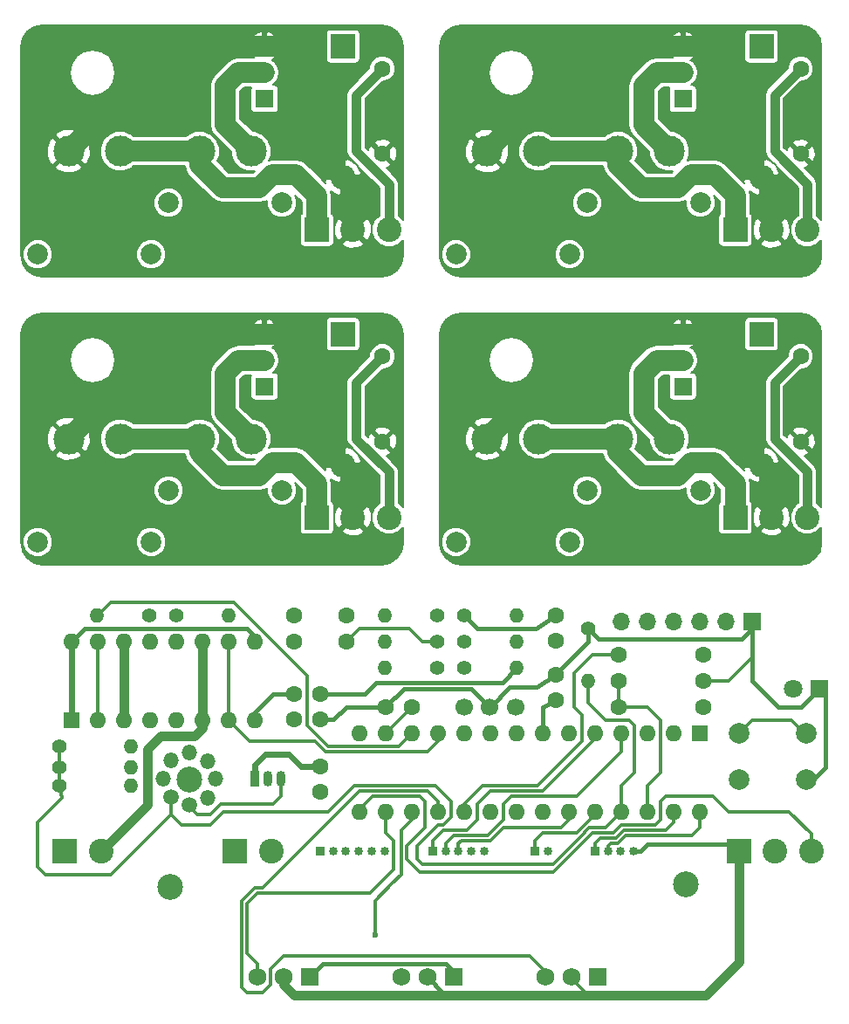
<source format=gbl>
%MOIN*%
%OFA0B0*%
%FSLAX46Y46*%
%IPPOS*%
%LPD*%
%ADD10C,0.0039370078740157488*%
%ADD11R,0.070866141732283464X0.070866141732283464*%
%ADD12O,0.070866141732283464X0.070866141732283464*%
%ADD13C,0.07874015748031496*%
%ADD14C,0.11811023622047245*%
%ADD15R,0.094488188976377951X0.094488188976377951*%
%ADD16O,0.094488188976377951X0.094488188976377951*%
%ADD17C,0.094488188976377951*%
%ADD18C,0.062992125984251982*%
%ADD19C,0.08*%
%ADD20C,0.036000000000000004*%
%ADD21C,0.0078740157480314977*%
%ADD32C,0.0039370078740157488*%
%ADD33C,0.062992125984251982*%
%ADD34R,0.094488188976377951X0.094488188976377951*%
%ADD35C,0.094488188976377951*%
%ADD36C,0.055118110236220472*%
%ADD37O,0.055118110236220472X0.055118110236220472*%
%ADD38R,0.062992125984251982X0.062992125984251982*%
%ADD39O,0.062992125984251982X0.062992125984251982*%
%ADD40C,0.066929133858267723*%
%ADD41R,0.070866141732283464X0.070866141732283464*%
%ADD42C,0.070866141732283464*%
%ADD43R,0.066929133858267723X0.066929133858267723*%
%ADD44O,0.066929133858267723X0.066929133858267723*%
%ADD45R,0.033464566929133861X0.033464566929133861*%
%ADD46C,0.033464566929133861*%
%ADD47C,0.0984251968503937*%
%ADD48O,0.035433070866141732X0.059055118110236227*%
%ADD49R,0.035433070866141732X0.059055118110236227*%
%ADD50C,0.059055118110236227*%
%ADD51O,0.059055118110236227X0.059055118110236227*%
%ADD52C,0.068897637795275593*%
%ADD53R,0.068897637795275593X0.068897637795275593*%
%ADD54C,0.07874015748031496*%
%ADD55C,0.023622047244094488*%
%ADD56C,0.016*%
%ADD57C,0.012000000000000002*%
%ADD58C,0.024000000000000004*%
%ADD59C,0.036000000000000004*%
%ADD60C,0.0039370078740157488*%
%ADD61R,0.070866141732283464X0.070866141732283464*%
%ADD62O,0.070866141732283464X0.070866141732283464*%
%ADD63C,0.07874015748031496*%
%ADD64C,0.11811023622047245*%
%ADD65R,0.094488188976377951X0.094488188976377951*%
%ADD66O,0.094488188976377951X0.094488188976377951*%
%ADD67C,0.094488188976377951*%
%ADD68C,0.062992125984251982*%
%ADD69C,0.08*%
%ADD70C,0.036000000000000004*%
%ADD71C,0.0078740157480314977*%
%ADD72C,0.0039370078740157488*%
%ADD73R,0.070866141732283464X0.070866141732283464*%
%ADD74O,0.070866141732283464X0.070866141732283464*%
%ADD75C,0.07874015748031496*%
%ADD76C,0.11811023622047245*%
%ADD77R,0.094488188976377951X0.094488188976377951*%
%ADD78O,0.094488188976377951X0.094488188976377951*%
%ADD79C,0.094488188976377951*%
%ADD80C,0.062992125984251982*%
%ADD81C,0.08*%
%ADD82C,0.036000000000000004*%
%ADD83C,0.0078740157480314977*%
%ADD84C,0.0039370078740157488*%
%ADD85R,0.070866141732283464X0.070866141732283464*%
%ADD86O,0.070866141732283464X0.070866141732283464*%
%ADD87C,0.07874015748031496*%
%ADD88C,0.11811023622047245*%
%ADD89R,0.094488188976377951X0.094488188976377951*%
%ADD90O,0.094488188976377951X0.094488188976377951*%
%ADD91C,0.094488188976377951*%
%ADD92C,0.062992125984251982*%
%ADD93C,0.08*%
%ADD94C,0.036000000000000004*%
%ADD95C,0.0078740157480314977*%
G01*
D10*
D11*
X-0001370000Y0005248228D02*
X0000949999Y0002373228D03*
D12*
X0000949999Y0002473228D03*
X0000949999Y0002573228D03*
D13*
X0001016535Y0001976377D03*
D14*
X0000898425Y0002173228D03*
X0000701574Y0002173228D03*
D13*
X0000583464Y0001976377D03*
D15*
X0001249999Y0002573228D03*
D16*
X0001249999Y0002073228D03*
D15*
X0001149999Y0001873228D03*
D17*
X0001287795Y0001873228D03*
X0001425590Y0001873228D03*
D18*
X0001399999Y0002163385D03*
X0001399999Y0002488188D03*
D13*
X0000516535Y0001779527D03*
D14*
X0000398425Y0002173228D03*
X0000201574Y0002173228D03*
D13*
X0000083464Y0001779527D03*
D19*
X0000949999Y0002573228D02*
X0001049999Y0002573228D01*
X0001099999Y0002223228D02*
X0001249999Y0002073228D01*
X0001099999Y0002523228D02*
X0001099999Y0002223228D01*
X0001049999Y0002573228D02*
X0001099999Y0002523228D01*
X0001287795Y0001873228D02*
X0001287795Y0002035432D01*
X0001287795Y0002035432D02*
X0001249999Y0002073228D01*
X0000201574Y0002174802D02*
X0000349999Y0002323228D01*
X0000699999Y0002573228D02*
X0000949999Y0002573228D01*
X0000449999Y0002323228D02*
X0000699999Y0002573228D01*
X0000349999Y0002323228D02*
X0000449999Y0002323228D01*
D20*
X0001425590Y0001873228D02*
X0001425590Y0002047637D01*
X0001299999Y0002388188D02*
X0001399999Y0002488188D01*
X0001299999Y0002173228D02*
X0001299999Y0002388188D01*
X0001425590Y0002047637D02*
X0001299999Y0002173228D01*
D19*
X0000949999Y0002473228D02*
X0000849999Y0002473228D01*
X0000799999Y0002273228D02*
X0000898425Y0002174802D01*
X0000799999Y0002423228D02*
X0000799999Y0002273228D01*
X0000849999Y0002473228D02*
X0000799999Y0002423228D01*
X0000898425Y0002174802D02*
X0000898425Y0002173228D01*
X0000898425Y0002173228D02*
X0000898425Y0002174802D01*
X0000398425Y0002173228D02*
X0000701574Y0002173228D01*
X0000701574Y0002173228D02*
X0000701574Y0002121653D01*
X0000701574Y0002121653D02*
X0000789999Y0002033228D01*
X0001149999Y0002003228D02*
X0001149999Y0001873228D01*
X0001069999Y0002083228D02*
X0001149999Y0002003228D01*
X0000979999Y0002083228D02*
X0001069999Y0002083228D01*
X0000929999Y0002033228D02*
X0000979999Y0002083228D01*
X0000789999Y0002033228D02*
X0000929999Y0002033228D01*
D21*
G36*
X0001430203Y0002646145D02*
X0001455808Y0002629036D01*
X0001472917Y0002603431D01*
X0001479330Y0002571192D01*
X0001479330Y0001911342D01*
X0001462435Y0001928266D01*
X0001461307Y0001928735D01*
X0001461307Y0002047637D01*
X0001458588Y0002061305D01*
X0001450845Y0002072892D01*
X0001414868Y0002108870D01*
X0001428124Y0002114360D01*
X0001431188Y0002123622D01*
X0001399999Y0002154811D01*
X0001399443Y0002154254D01*
X0001390868Y0002162828D01*
X0001391425Y0002163385D01*
X0001408574Y0002163385D01*
X0001439762Y0002132197D01*
X0001449024Y0002135261D01*
X0001456055Y0002156162D01*
X0001454552Y0002178164D01*
X0001449024Y0002191509D01*
X0001439762Y0002194573D01*
X0001408574Y0002163385D01*
X0001391425Y0002163385D01*
X0001360237Y0002194573D01*
X0001350975Y0002191509D01*
X0001346256Y0002177482D01*
X0001335716Y0002188022D01*
X0001335716Y0002203148D01*
X0001368811Y0002203148D01*
X0001399999Y0002171959D01*
X0001431188Y0002203148D01*
X0001428124Y0002212410D01*
X0001407222Y0002219441D01*
X0001385221Y0002217938D01*
X0001371875Y0002212410D01*
X0001368811Y0002203148D01*
X0001335716Y0002203148D01*
X0001335716Y0002373394D01*
X0001401297Y0002438974D01*
X0001409746Y0002438967D01*
X0001427840Y0002446443D01*
X0001441696Y0002460275D01*
X0001449204Y0002478356D01*
X0001449221Y0002497934D01*
X0001441744Y0002516028D01*
X0001427913Y0002529884D01*
X0001409831Y0002537392D01*
X0001390253Y0002537409D01*
X0001372159Y0002529933D01*
X0001358303Y0002516101D01*
X0001350795Y0002498020D01*
X0001350788Y0002489487D01*
X0001274744Y0002413444D01*
X0001267002Y0002401856D01*
X0001267002Y0002401856D01*
X0001264283Y0002388188D01*
X0001264283Y0002173228D01*
X0001267002Y0002159559D01*
X0001274744Y0002147972D01*
X0001306836Y0002115880D01*
X0001286782Y0002134169D01*
X0001267083Y0002142328D01*
X0001256062Y0002138142D01*
X0001256062Y0002079291D01*
X0001314938Y0002079291D01*
X0001319101Y0002090311D01*
X0001307340Y0002115377D01*
X0001389873Y0002032843D01*
X0001389873Y0001928757D01*
X0001388841Y0001928331D01*
X0001370551Y0001910073D01*
X0001360641Y0001886206D01*
X0001360618Y0001860363D01*
X0001370487Y0001836478D01*
X0001388745Y0001818189D01*
X0001412612Y0001808278D01*
X0001438455Y0001808256D01*
X0001462339Y0001818125D01*
X0001479330Y0001835086D01*
X0001479330Y0001775263D01*
X0001472917Y0001743024D01*
X0001455808Y0001717419D01*
X0001430203Y0001700310D01*
X0001397964Y0001693897D01*
X0000102035Y0001693897D01*
X0000069796Y0001700310D01*
X0000044191Y0001717419D01*
X0000027082Y0001743024D01*
X0000022070Y0001768221D01*
X0000026368Y0001768221D01*
X0000035040Y0001747232D01*
X0000051085Y0001731159D01*
X0000072059Y0001722450D01*
X0000094769Y0001722430D01*
X0000115759Y0001731103D01*
X0000131831Y0001747148D01*
X0000140541Y0001768122D01*
X0000140541Y0001768221D01*
X0000459438Y0001768221D01*
X0000468111Y0001747232D01*
X0000484156Y0001731159D01*
X0000505130Y0001722450D01*
X0000527840Y0001722430D01*
X0000548830Y0001731103D01*
X0000564902Y0001747148D01*
X0000573612Y0001768122D01*
X0000573631Y0001790832D01*
X0000564959Y0001811821D01*
X0000548914Y0001827894D01*
X0000527940Y0001836603D01*
X0000505229Y0001836623D01*
X0000484240Y0001827951D01*
X0000468167Y0001811906D01*
X0000459458Y0001790932D01*
X0000459438Y0001768221D01*
X0000140541Y0001768221D01*
X0000140561Y0001790832D01*
X0000131888Y0001811821D01*
X0000115843Y0001827894D01*
X0000094869Y0001836603D01*
X0000072159Y0001836623D01*
X0000051169Y0001827951D01*
X0000035097Y0001811906D01*
X0000026387Y0001790932D01*
X0000026368Y0001768221D01*
X0000022070Y0001768221D01*
X0000020669Y0001775263D01*
X0000020669Y0001965072D01*
X0000526368Y0001965072D01*
X0000535040Y0001944082D01*
X0000551085Y0001928010D01*
X0000572059Y0001919300D01*
X0000594769Y0001919281D01*
X0000615759Y0001927953D01*
X0000631831Y0001943998D01*
X0000640541Y0001964972D01*
X0000640561Y0001987683D01*
X0000631888Y0002008672D01*
X0000615843Y0002024745D01*
X0000594869Y0002033454D01*
X0000572159Y0002033474D01*
X0000551169Y0002024801D01*
X0000535097Y0002008756D01*
X0000526387Y0001987782D01*
X0000526368Y0001965072D01*
X0000020669Y0001965072D01*
X0000020669Y0002113503D01*
X0000150425Y0002113503D01*
X0000156870Y0002101382D01*
X0000187767Y0002089744D01*
X0000220766Y0002090815D01*
X0000246279Y0002101382D01*
X0000252724Y0002113503D01*
X0000201574Y0002164653D01*
X0000150425Y0002113503D01*
X0000020669Y0002113503D01*
X0000020669Y0002187035D01*
X0000118090Y0002187035D01*
X0000119161Y0002154036D01*
X0000129729Y0002128523D01*
X0000141850Y0002122078D01*
X0000193000Y0002173228D01*
X0000210149Y0002173228D01*
X0000261298Y0002122078D01*
X0000273420Y0002128523D01*
X0000284532Y0002158024D01*
X0000321640Y0002158024D01*
X0000333303Y0002129797D01*
X0000354880Y0002108182D01*
X0000383087Y0002096469D01*
X0000413628Y0002096443D01*
X0000441855Y0002108106D01*
X0000449274Y0002115511D01*
X0000645079Y0002115511D01*
X0000648251Y0002099566D01*
X0000660762Y0002080841D01*
X0000749188Y0001992416D01*
X0000749188Y0001992416D01*
X0000767912Y0001979904D01*
X0000771577Y0001979175D01*
X0000789999Y0001975511D01*
X0000790000Y0001975511D01*
X0000929999Y0001975511D01*
X0000929999Y0001975511D01*
X0000952087Y0001979904D01*
X0000959456Y0001984828D01*
X0000959438Y0001965072D01*
X0000968111Y0001944082D01*
X0000984156Y0001928010D01*
X0001005130Y0001919300D01*
X0001027840Y0001919281D01*
X0001048830Y0001927953D01*
X0001064902Y0001943998D01*
X0001073612Y0001964972D01*
X0001073631Y0001987683D01*
X0001066386Y0002005217D01*
X0001092283Y0001979321D01*
X0001092283Y0001934786D01*
X0001090160Y0001933420D01*
X0001086115Y0001927499D01*
X0001084692Y0001920472D01*
X0001084692Y0001825983D01*
X0001085927Y0001819418D01*
X0001089807Y0001813388D01*
X0001095728Y0001809343D01*
X0001102755Y0001807920D01*
X0001197244Y0001807920D01*
X0001203809Y0001809155D01*
X0001209839Y0001813035D01*
X0001213884Y0001818956D01*
X0001214510Y0001822049D01*
X0001245190Y0001822049D01*
X0001250190Y0001811154D01*
X0001276807Y0001801488D01*
X0001305097Y0001802744D01*
X0001325399Y0001811154D01*
X0001330399Y0001822049D01*
X0001287795Y0001864653D01*
X0001245190Y0001822049D01*
X0001214510Y0001822049D01*
X0001215307Y0001825983D01*
X0001215307Y0001884215D01*
X0001216056Y0001884215D01*
X0001217312Y0001855926D01*
X0001225721Y0001835623D01*
X0001236616Y0001830623D01*
X0001279220Y0001873228D01*
X0001296369Y0001873228D01*
X0001338974Y0001830623D01*
X0001349868Y0001835623D01*
X0001359534Y0001862240D01*
X0001358278Y0001890530D01*
X0001349868Y0001910832D01*
X0001338974Y0001915832D01*
X0001296369Y0001873228D01*
X0001279220Y0001873228D01*
X0001236616Y0001915832D01*
X0001225721Y0001910832D01*
X0001216056Y0001884215D01*
X0001215307Y0001884215D01*
X0001215307Y0001920472D01*
X0001214567Y0001924406D01*
X0001245190Y0001924406D01*
X0001287795Y0001881802D01*
X0001330399Y0001924406D01*
X0001325399Y0001935301D01*
X0001298782Y0001944967D01*
X0001270493Y0001943711D01*
X0001250190Y0001935301D01*
X0001245190Y0001924406D01*
X0001214567Y0001924406D01*
X0001214072Y0001927037D01*
X0001210192Y0001933067D01*
X0001207716Y0001934758D01*
X0001207716Y0002003227D01*
X0001207716Y0002003228D01*
X0001204296Y0002020422D01*
X0001213217Y0002012286D01*
X0001232916Y0002004127D01*
X0001243936Y0002008313D01*
X0001243936Y0002067165D01*
X0001256062Y0002067165D01*
X0001256062Y0002008313D01*
X0001267083Y0002004127D01*
X0001286782Y0002012286D01*
X0001307303Y0002031001D01*
X0001319101Y0002056144D01*
X0001314938Y0002067165D01*
X0001256062Y0002067165D01*
X0001243936Y0002067165D01*
X0001185061Y0002067165D01*
X0001180898Y0002056144D01*
X0001182836Y0002052014D01*
X0001144540Y0002090311D01*
X0001180898Y0002090311D01*
X0001185061Y0002079291D01*
X0001243936Y0002079291D01*
X0001243936Y0002138142D01*
X0001232916Y0002142328D01*
X0001213217Y0002134169D01*
X0001192696Y0002115454D01*
X0001180898Y0002090311D01*
X0001144540Y0002090311D01*
X0001110811Y0002124039D01*
X0001092087Y0002136551D01*
X0001069999Y0002140944D01*
X0001069999Y0002140944D01*
X0000979999Y0002140944D01*
X0000967079Y0002138374D01*
X0000975183Y0002157890D01*
X0000975210Y0002188431D01*
X0000963546Y0002216658D01*
X0000941969Y0002238273D01*
X0000913762Y0002249986D01*
X0000904857Y0002249994D01*
X0000857716Y0002297135D01*
X0000857716Y0002399321D01*
X0000873906Y0002415511D01*
X0000897890Y0002415511D01*
X0000896503Y0002408661D01*
X0000896503Y0002337794D01*
X0000897738Y0002331229D01*
X0000901618Y0002325199D01*
X0000907539Y0002321154D01*
X0000914566Y0002319731D01*
X0000985433Y0002319731D01*
X0000991998Y0002320966D01*
X0000998028Y0002324846D01*
X0001002073Y0002330767D01*
X0001003496Y0002337794D01*
X0001003496Y0002408661D01*
X0001002261Y0002415226D01*
X0000998381Y0002421256D01*
X0000992460Y0002425301D01*
X0000985433Y0002426724D01*
X0000982293Y0002426724D01*
X0000990811Y0002432416D01*
X0001003323Y0002451140D01*
X0001007716Y0002473228D01*
X0001003323Y0002495315D01*
X0000990811Y0002514039D01*
X0000979354Y0002521695D01*
X0000979809Y0002521883D01*
X0000997189Y0002537199D01*
X0001007384Y0002558000D01*
X0001003075Y0002567165D01*
X0000956062Y0002567165D01*
X0000956062Y0002566377D01*
X0000943936Y0002566377D01*
X0000943936Y0002567165D01*
X0000896924Y0002567165D01*
X0000892615Y0002558000D01*
X0000902810Y0002537199D01*
X0000909908Y0002530944D01*
X0000849999Y0002530944D01*
X0000827912Y0002526551D01*
X0000809188Y0002514039D01*
X0000809188Y0002514039D01*
X0000759188Y0002464039D01*
X0000746676Y0002445315D01*
X0000742283Y0002423228D01*
X0000742283Y0002423227D01*
X0000742283Y0002273228D01*
X0000742283Y0002273228D01*
X0000746676Y0002251140D01*
X0000759188Y0002232416D01*
X0000821650Y0002169953D01*
X0000821640Y0002158024D01*
X0000833303Y0002129797D01*
X0000854880Y0002108182D01*
X0000883087Y0002096469D01*
X0000911593Y0002096444D01*
X0000906092Y0002090944D01*
X0000813906Y0002090944D01*
X0000769128Y0002135723D01*
X0000778333Y0002157890D01*
X0000778359Y0002188431D01*
X0000766696Y0002216658D01*
X0000745119Y0002238273D01*
X0000716912Y0002249986D01*
X0000686370Y0002250012D01*
X0000658143Y0002238349D01*
X0000650725Y0002230944D01*
X0000449286Y0002230944D01*
X0000441969Y0002238273D01*
X0000413762Y0002249986D01*
X0000383221Y0002250012D01*
X0000354994Y0002238349D01*
X0000333379Y0002216772D01*
X0000321666Y0002188565D01*
X0000321640Y0002158024D01*
X0000284532Y0002158024D01*
X0000285058Y0002159420D01*
X0000283987Y0002192419D01*
X0000273420Y0002217932D01*
X0000261298Y0002224377D01*
X0000210149Y0002173228D01*
X0000193000Y0002173228D01*
X0000141850Y0002224377D01*
X0000129729Y0002217932D01*
X0000118090Y0002187035D01*
X0000020669Y0002187035D01*
X0000020669Y0002232952D01*
X0000150425Y0002232952D01*
X0000201574Y0002181802D01*
X0000252724Y0002232952D01*
X0000246279Y0002245073D01*
X0000215382Y0002256711D01*
X0000182383Y0002255640D01*
X0000156870Y0002245073D01*
X0000150425Y0002232952D01*
X0000020669Y0002232952D01*
X0000020669Y0002474924D01*
X0000207480Y0002474924D01*
X0000207480Y0002471531D01*
X0000214073Y0002438385D01*
X0000232848Y0002410285D01*
X0000260948Y0002391510D01*
X0000294094Y0002384916D01*
X0000327240Y0002391510D01*
X0000355339Y0002410285D01*
X0000374115Y0002438385D01*
X0000380708Y0002471531D01*
X0000380708Y0002474924D01*
X0000374115Y0002508070D01*
X0000355339Y0002536170D01*
X0000327240Y0002554945D01*
X0000294094Y0002561539D01*
X0000260948Y0002554945D01*
X0000232848Y0002536170D01*
X0000214073Y0002508070D01*
X0000207480Y0002474924D01*
X0000020669Y0002474924D01*
X0000020669Y0002571192D01*
X0000024103Y0002588455D01*
X0000892615Y0002588455D01*
X0000896924Y0002579291D01*
X0000943936Y0002579291D01*
X0000943936Y0002626268D01*
X0000956062Y0002626268D01*
X0000956062Y0002579291D01*
X0001003075Y0002579291D01*
X0001007384Y0002588455D01*
X0000997189Y0002609256D01*
X0000984462Y0002620472D01*
X0001184692Y0002620472D01*
X0001184692Y0002525983D01*
X0001185927Y0002519418D01*
X0001189807Y0002513388D01*
X0001195728Y0002509343D01*
X0001202755Y0002507920D01*
X0001297244Y0002507920D01*
X0001303809Y0002509155D01*
X0001309839Y0002513035D01*
X0001313884Y0002518956D01*
X0001315307Y0002525983D01*
X0001315307Y0002620472D01*
X0001314072Y0002627037D01*
X0001310192Y0002633067D01*
X0001304271Y0002637112D01*
X0001297244Y0002638535D01*
X0001202755Y0002638535D01*
X0001196190Y0002637300D01*
X0001190160Y0002633420D01*
X0001186115Y0002627499D01*
X0001184692Y0002620472D01*
X0000984462Y0002620472D01*
X0000979809Y0002624572D01*
X0000965227Y0002630612D01*
X0000956062Y0002626268D01*
X0000943936Y0002626268D01*
X0000934772Y0002630612D01*
X0000920190Y0002624572D01*
X0000902810Y0002609256D01*
X0000892615Y0002588455D01*
X0000024103Y0002588455D01*
X0000027082Y0002603431D01*
X0000044191Y0002629037D01*
X0000069796Y0002646145D01*
X0000102035Y0002652558D01*
X0001397964Y0002652558D01*
X0001430203Y0002646145D01*
X0001430203Y0002646145D01*
G37*
X0001430203Y0002646145D02*
X0001455808Y0002629036D01*
X0001472917Y0002603431D01*
X0001479330Y0002571192D01*
X0001479330Y0001911342D01*
X0001462435Y0001928266D01*
X0001461307Y0001928735D01*
X0001461307Y0002047637D01*
X0001458588Y0002061305D01*
X0001450845Y0002072892D01*
X0001414868Y0002108870D01*
X0001428124Y0002114360D01*
X0001431188Y0002123622D01*
X0001399999Y0002154811D01*
X0001399443Y0002154254D01*
X0001390868Y0002162828D01*
X0001391425Y0002163385D01*
X0001408574Y0002163385D01*
X0001439762Y0002132197D01*
X0001449024Y0002135261D01*
X0001456055Y0002156162D01*
X0001454552Y0002178164D01*
X0001449024Y0002191509D01*
X0001439762Y0002194573D01*
X0001408574Y0002163385D01*
X0001391425Y0002163385D01*
X0001360237Y0002194573D01*
X0001350975Y0002191509D01*
X0001346256Y0002177482D01*
X0001335716Y0002188022D01*
X0001335716Y0002203148D01*
X0001368811Y0002203148D01*
X0001399999Y0002171959D01*
X0001431188Y0002203148D01*
X0001428124Y0002212410D01*
X0001407222Y0002219441D01*
X0001385221Y0002217938D01*
X0001371875Y0002212410D01*
X0001368811Y0002203148D01*
X0001335716Y0002203148D01*
X0001335716Y0002373394D01*
X0001401297Y0002438974D01*
X0001409746Y0002438967D01*
X0001427840Y0002446443D01*
X0001441696Y0002460275D01*
X0001449204Y0002478356D01*
X0001449221Y0002497934D01*
X0001441744Y0002516028D01*
X0001427913Y0002529884D01*
X0001409831Y0002537392D01*
X0001390253Y0002537409D01*
X0001372159Y0002529933D01*
X0001358303Y0002516101D01*
X0001350795Y0002498020D01*
X0001350788Y0002489487D01*
X0001274744Y0002413444D01*
X0001267002Y0002401856D01*
X0001267002Y0002401856D01*
X0001264283Y0002388188D01*
X0001264283Y0002173228D01*
X0001267002Y0002159559D01*
X0001274744Y0002147972D01*
X0001306836Y0002115880D01*
X0001286782Y0002134169D01*
X0001267083Y0002142328D01*
X0001256062Y0002138142D01*
X0001256062Y0002079291D01*
X0001314938Y0002079291D01*
X0001319101Y0002090311D01*
X0001307340Y0002115377D01*
X0001389873Y0002032843D01*
X0001389873Y0001928757D01*
X0001388841Y0001928331D01*
X0001370551Y0001910073D01*
X0001360641Y0001886206D01*
X0001360618Y0001860363D01*
X0001370487Y0001836478D01*
X0001388745Y0001818189D01*
X0001412612Y0001808278D01*
X0001438455Y0001808256D01*
X0001462339Y0001818125D01*
X0001479330Y0001835086D01*
X0001479330Y0001775263D01*
X0001472917Y0001743024D01*
X0001455808Y0001717419D01*
X0001430203Y0001700310D01*
X0001397964Y0001693897D01*
X0000102035Y0001693897D01*
X0000069796Y0001700310D01*
X0000044191Y0001717419D01*
X0000027082Y0001743024D01*
X0000022070Y0001768221D01*
X0000026368Y0001768221D01*
X0000035040Y0001747232D01*
X0000051085Y0001731159D01*
X0000072059Y0001722450D01*
X0000094769Y0001722430D01*
X0000115759Y0001731103D01*
X0000131831Y0001747148D01*
X0000140541Y0001768122D01*
X0000140541Y0001768221D01*
X0000459438Y0001768221D01*
X0000468111Y0001747232D01*
X0000484156Y0001731159D01*
X0000505130Y0001722450D01*
X0000527840Y0001722430D01*
X0000548830Y0001731103D01*
X0000564902Y0001747148D01*
X0000573612Y0001768122D01*
X0000573631Y0001790832D01*
X0000564959Y0001811821D01*
X0000548914Y0001827894D01*
X0000527940Y0001836603D01*
X0000505229Y0001836623D01*
X0000484240Y0001827951D01*
X0000468167Y0001811906D01*
X0000459458Y0001790932D01*
X0000459438Y0001768221D01*
X0000140541Y0001768221D01*
X0000140561Y0001790832D01*
X0000131888Y0001811821D01*
X0000115843Y0001827894D01*
X0000094869Y0001836603D01*
X0000072159Y0001836623D01*
X0000051169Y0001827951D01*
X0000035097Y0001811906D01*
X0000026387Y0001790932D01*
X0000026368Y0001768221D01*
X0000022070Y0001768221D01*
X0000020669Y0001775263D01*
X0000020669Y0001965072D01*
X0000526368Y0001965072D01*
X0000535040Y0001944082D01*
X0000551085Y0001928010D01*
X0000572059Y0001919300D01*
X0000594769Y0001919281D01*
X0000615759Y0001927953D01*
X0000631831Y0001943998D01*
X0000640541Y0001964972D01*
X0000640561Y0001987683D01*
X0000631888Y0002008672D01*
X0000615843Y0002024745D01*
X0000594869Y0002033454D01*
X0000572159Y0002033474D01*
X0000551169Y0002024801D01*
X0000535097Y0002008756D01*
X0000526387Y0001987782D01*
X0000526368Y0001965072D01*
X0000020669Y0001965072D01*
X0000020669Y0002113503D01*
X0000150425Y0002113503D01*
X0000156870Y0002101382D01*
X0000187767Y0002089744D01*
X0000220766Y0002090815D01*
X0000246279Y0002101382D01*
X0000252724Y0002113503D01*
X0000201574Y0002164653D01*
X0000150425Y0002113503D01*
X0000020669Y0002113503D01*
X0000020669Y0002187035D01*
X0000118090Y0002187035D01*
X0000119161Y0002154036D01*
X0000129729Y0002128523D01*
X0000141850Y0002122078D01*
X0000193000Y0002173228D01*
X0000210149Y0002173228D01*
X0000261298Y0002122078D01*
X0000273420Y0002128523D01*
X0000284532Y0002158024D01*
X0000321640Y0002158024D01*
X0000333303Y0002129797D01*
X0000354880Y0002108182D01*
X0000383087Y0002096469D01*
X0000413628Y0002096443D01*
X0000441855Y0002108106D01*
X0000449274Y0002115511D01*
X0000645079Y0002115511D01*
X0000648251Y0002099566D01*
X0000660762Y0002080841D01*
X0000749188Y0001992416D01*
X0000749188Y0001992416D01*
X0000767912Y0001979904D01*
X0000771577Y0001979175D01*
X0000789999Y0001975511D01*
X0000790000Y0001975511D01*
X0000929999Y0001975511D01*
X0000929999Y0001975511D01*
X0000952087Y0001979904D01*
X0000959456Y0001984828D01*
X0000959438Y0001965072D01*
X0000968111Y0001944082D01*
X0000984156Y0001928010D01*
X0001005130Y0001919300D01*
X0001027840Y0001919281D01*
X0001048830Y0001927953D01*
X0001064902Y0001943998D01*
X0001073612Y0001964972D01*
X0001073631Y0001987683D01*
X0001066386Y0002005217D01*
X0001092283Y0001979321D01*
X0001092283Y0001934786D01*
X0001090160Y0001933420D01*
X0001086115Y0001927499D01*
X0001084692Y0001920472D01*
X0001084692Y0001825983D01*
X0001085927Y0001819418D01*
X0001089807Y0001813388D01*
X0001095728Y0001809343D01*
X0001102755Y0001807920D01*
X0001197244Y0001807920D01*
X0001203809Y0001809155D01*
X0001209839Y0001813035D01*
X0001213884Y0001818956D01*
X0001214510Y0001822049D01*
X0001245190Y0001822049D01*
X0001250190Y0001811154D01*
X0001276807Y0001801488D01*
X0001305097Y0001802744D01*
X0001325399Y0001811154D01*
X0001330399Y0001822049D01*
X0001287795Y0001864653D01*
X0001245190Y0001822049D01*
X0001214510Y0001822049D01*
X0001215307Y0001825983D01*
X0001215307Y0001884215D01*
X0001216056Y0001884215D01*
X0001217312Y0001855926D01*
X0001225721Y0001835623D01*
X0001236616Y0001830623D01*
X0001279220Y0001873228D01*
X0001296369Y0001873228D01*
X0001338974Y0001830623D01*
X0001349868Y0001835623D01*
X0001359534Y0001862240D01*
X0001358278Y0001890530D01*
X0001349868Y0001910832D01*
X0001338974Y0001915832D01*
X0001296369Y0001873228D01*
X0001279220Y0001873228D01*
X0001236616Y0001915832D01*
X0001225721Y0001910832D01*
X0001216056Y0001884215D01*
X0001215307Y0001884215D01*
X0001215307Y0001920472D01*
X0001214567Y0001924406D01*
X0001245190Y0001924406D01*
X0001287795Y0001881802D01*
X0001330399Y0001924406D01*
X0001325399Y0001935301D01*
X0001298782Y0001944967D01*
X0001270493Y0001943711D01*
X0001250190Y0001935301D01*
X0001245190Y0001924406D01*
X0001214567Y0001924406D01*
X0001214072Y0001927037D01*
X0001210192Y0001933067D01*
X0001207716Y0001934758D01*
X0001207716Y0002003227D01*
X0001207716Y0002003228D01*
X0001204296Y0002020422D01*
X0001213217Y0002012286D01*
X0001232916Y0002004127D01*
X0001243936Y0002008313D01*
X0001243936Y0002067165D01*
X0001256062Y0002067165D01*
X0001256062Y0002008313D01*
X0001267083Y0002004127D01*
X0001286782Y0002012286D01*
X0001307303Y0002031001D01*
X0001319101Y0002056144D01*
X0001314938Y0002067165D01*
X0001256062Y0002067165D01*
X0001243936Y0002067165D01*
X0001185061Y0002067165D01*
X0001180898Y0002056144D01*
X0001182836Y0002052014D01*
X0001144540Y0002090311D01*
X0001180898Y0002090311D01*
X0001185061Y0002079291D01*
X0001243936Y0002079291D01*
X0001243936Y0002138142D01*
X0001232916Y0002142328D01*
X0001213217Y0002134169D01*
X0001192696Y0002115454D01*
X0001180898Y0002090311D01*
X0001144540Y0002090311D01*
X0001110811Y0002124039D01*
X0001092087Y0002136551D01*
X0001069999Y0002140944D01*
X0001069999Y0002140944D01*
X0000979999Y0002140944D01*
X0000967079Y0002138374D01*
X0000975183Y0002157890D01*
X0000975210Y0002188431D01*
X0000963546Y0002216658D01*
X0000941969Y0002238273D01*
X0000913762Y0002249986D01*
X0000904857Y0002249994D01*
X0000857716Y0002297135D01*
X0000857716Y0002399321D01*
X0000873906Y0002415511D01*
X0000897890Y0002415511D01*
X0000896503Y0002408661D01*
X0000896503Y0002337794D01*
X0000897738Y0002331229D01*
X0000901618Y0002325199D01*
X0000907539Y0002321154D01*
X0000914566Y0002319731D01*
X0000985433Y0002319731D01*
X0000991998Y0002320966D01*
X0000998028Y0002324846D01*
X0001002073Y0002330767D01*
X0001003496Y0002337794D01*
X0001003496Y0002408661D01*
X0001002261Y0002415226D01*
X0000998381Y0002421256D01*
X0000992460Y0002425301D01*
X0000985433Y0002426724D01*
X0000982293Y0002426724D01*
X0000990811Y0002432416D01*
X0001003323Y0002451140D01*
X0001007716Y0002473228D01*
X0001003323Y0002495315D01*
X0000990811Y0002514039D01*
X0000979354Y0002521695D01*
X0000979809Y0002521883D01*
X0000997189Y0002537199D01*
X0001007384Y0002558000D01*
X0001003075Y0002567165D01*
X0000956062Y0002567165D01*
X0000956062Y0002566377D01*
X0000943936Y0002566377D01*
X0000943936Y0002567165D01*
X0000896924Y0002567165D01*
X0000892615Y0002558000D01*
X0000902810Y0002537199D01*
X0000909908Y0002530944D01*
X0000849999Y0002530944D01*
X0000827912Y0002526551D01*
X0000809188Y0002514039D01*
X0000809188Y0002514039D01*
X0000759188Y0002464039D01*
X0000746676Y0002445315D01*
X0000742283Y0002423228D01*
X0000742283Y0002423227D01*
X0000742283Y0002273228D01*
X0000742283Y0002273228D01*
X0000746676Y0002251140D01*
X0000759188Y0002232416D01*
X0000821650Y0002169953D01*
X0000821640Y0002158024D01*
X0000833303Y0002129797D01*
X0000854880Y0002108182D01*
X0000883087Y0002096469D01*
X0000911593Y0002096444D01*
X0000906092Y0002090944D01*
X0000813906Y0002090944D01*
X0000769128Y0002135723D01*
X0000778333Y0002157890D01*
X0000778359Y0002188431D01*
X0000766696Y0002216658D01*
X0000745119Y0002238273D01*
X0000716912Y0002249986D01*
X0000686370Y0002250012D01*
X0000658143Y0002238349D01*
X0000650725Y0002230944D01*
X0000449286Y0002230944D01*
X0000441969Y0002238273D01*
X0000413762Y0002249986D01*
X0000383221Y0002250012D01*
X0000354994Y0002238349D01*
X0000333379Y0002216772D01*
X0000321666Y0002188565D01*
X0000321640Y0002158024D01*
X0000284532Y0002158024D01*
X0000285058Y0002159420D01*
X0000283987Y0002192419D01*
X0000273420Y0002217932D01*
X0000261298Y0002224377D01*
X0000210149Y0002173228D01*
X0000193000Y0002173228D01*
X0000141850Y0002224377D01*
X0000129729Y0002217932D01*
X0000118090Y0002187035D01*
X0000020669Y0002187035D01*
X0000020669Y0002232952D01*
X0000150425Y0002232952D01*
X0000201574Y0002181802D01*
X0000252724Y0002232952D01*
X0000246279Y0002245073D01*
X0000215382Y0002256711D01*
X0000182383Y0002255640D01*
X0000156870Y0002245073D01*
X0000150425Y0002232952D01*
X0000020669Y0002232952D01*
X0000020669Y0002474924D01*
X0000207480Y0002474924D01*
X0000207480Y0002471531D01*
X0000214073Y0002438385D01*
X0000232848Y0002410285D01*
X0000260948Y0002391510D01*
X0000294094Y0002384916D01*
X0000327240Y0002391510D01*
X0000355339Y0002410285D01*
X0000374115Y0002438385D01*
X0000380708Y0002471531D01*
X0000380708Y0002474924D01*
X0000374115Y0002508070D01*
X0000355339Y0002536170D01*
X0000327240Y0002554945D01*
X0000294094Y0002561539D01*
X0000260948Y0002554945D01*
X0000232848Y0002536170D01*
X0000214073Y0002508070D01*
X0000207480Y0002474924D01*
X0000020669Y0002474924D01*
X0000020669Y0002571192D01*
X0000024103Y0002588455D01*
X0000892615Y0002588455D01*
X0000896924Y0002579291D01*
X0000943936Y0002579291D01*
X0000943936Y0002626268D01*
X0000956062Y0002626268D01*
X0000956062Y0002579291D01*
X0001003075Y0002579291D01*
X0001007384Y0002588455D01*
X0000997189Y0002609256D01*
X0000984462Y0002620472D01*
X0001184692Y0002620472D01*
X0001184692Y0002525983D01*
X0001185927Y0002519418D01*
X0001189807Y0002513388D01*
X0001195728Y0002509343D01*
X0001202755Y0002507920D01*
X0001297244Y0002507920D01*
X0001303809Y0002509155D01*
X0001309839Y0002513035D01*
X0001313884Y0002518956D01*
X0001315307Y0002525983D01*
X0001315307Y0002620472D01*
X0001314072Y0002627037D01*
X0001310192Y0002633067D01*
X0001304271Y0002637112D01*
X0001297244Y0002638535D01*
X0001202755Y0002638535D01*
X0001196190Y0002637300D01*
X0001190160Y0002633420D01*
X0001186115Y0002627499D01*
X0001184692Y0002620472D01*
X0000984462Y0002620472D01*
X0000979809Y0002624572D01*
X0000965227Y0002630612D01*
X0000956062Y0002626268D01*
X0000943936Y0002626268D01*
X0000934772Y0002630612D01*
X0000920190Y0002624572D01*
X0000902810Y0002609256D01*
X0000892615Y0002588455D01*
X0000024103Y0002588455D01*
X0000027082Y0002603431D01*
X0000044191Y0002629037D01*
X0000069796Y0002646145D01*
X0000102035Y0002652558D01*
X0001397964Y0002652558D01*
X0001430203Y0002646145D01*
G04 next file*
G04 #@! TF.FileFunction,Copper,L2,Bot,Signal*
G04 Gerber Fmt 4.6, Leading zero omitted, Abs format (unit mm)*
G04 Created by KiCad (PCBNEW 4.0.7) date 05/25/19 09:29:53*
G01*
G04 APERTURE LIST*
G04 APERTURE END LIST*
D32*
D33*
X-0005157401Y0004974999D02*
X0002302755Y0001149999D03*
X0002627558Y0001149999D03*
D34*
X0002762598Y0000599999D03*
D35*
X0002900393Y0000599999D03*
X0003038188Y0000599999D03*
D36*
X0002187598Y0001448425D03*
D37*
X0002187598Y0001248425D03*
D36*
X0001714173Y0001499999D03*
D37*
X0001914173Y0001499999D03*
D36*
X0000511023Y0001499999D03*
D37*
X0000311023Y0001499999D03*
D36*
X0000614173Y0001499999D03*
D37*
X0000814173Y0001499999D03*
D36*
X0001714173Y0001399999D03*
D37*
X0001914173Y0001399999D03*
D36*
X0001714173Y0001299999D03*
D37*
X0001914173Y0001299999D03*
D38*
X0002612598Y0001049999D03*
D39*
X0001312598Y0000749999D03*
X0002512598Y0001049999D03*
X0001412598Y0000749999D03*
X0002412598Y0001049999D03*
X0001512598Y0000749999D03*
X0002312598Y0001049999D03*
X0001612598Y0000749999D03*
X0002212598Y0001049999D03*
X0001712598Y0000749999D03*
X0002112598Y0001049999D03*
X0001812598Y0000749999D03*
X0002012598Y0001049999D03*
X0001912598Y0000749999D03*
X0001912598Y0001049999D03*
X0002012598Y0000749999D03*
X0001812598Y0001049999D03*
X0002112598Y0000749999D03*
X0001712598Y0001049999D03*
X0002212598Y0000749999D03*
X0001612598Y0001049999D03*
X0002312598Y0000749999D03*
X0001512598Y0001049999D03*
X0002412598Y0000749999D03*
X0001412598Y0001049999D03*
X0002512598Y0000749999D03*
X0001312598Y0001049999D03*
X0002612598Y0000749999D03*
D40*
X0001712598Y0001149999D03*
X0001811023Y0001149999D03*
X0001909448Y0001149999D03*
D36*
X0001611023Y0001499999D03*
D37*
X0001411023Y0001499999D03*
D36*
X0001611023Y0001299999D03*
D37*
X0001411023Y0001299999D03*
D36*
X0001611023Y0001399999D03*
D37*
X0001411023Y0001399999D03*
D33*
X0001162598Y0000824999D03*
X0001162598Y0000923425D03*
X0001062598Y0001199999D03*
X0001062598Y0001101574D03*
X0001062598Y0001399999D03*
X0001062598Y0001498425D03*
X0001162598Y0001199999D03*
X0001162598Y0001101574D03*
X0001262598Y0001399999D03*
X0001262598Y0001498425D03*
X0001512598Y0001149999D03*
X0001414173Y0001149999D03*
X0002062598Y0001499999D03*
X0002062598Y0001401574D03*
D41*
X0003070866Y0001220472D03*
D42*
X0002970866Y0001220472D03*
D43*
X0002812598Y0001474999D03*
D44*
X0002712598Y0001474999D03*
X0002612598Y0001474999D03*
X0002512598Y0001474999D03*
X0002412598Y0001474999D03*
X0002312598Y0001474999D03*
D45*
X0001982598Y0000599999D03*
D46*
X0002031810Y0000599999D03*
D47*
X0002559055Y0000472440D03*
X0000590551Y0000462440D03*
X0000662598Y0000872999D03*
D48*
X0000962598Y0000874999D03*
X0001012598Y0000874999D03*
D49*
X0000912598Y0000874999D03*
D38*
X0000212598Y0001099999D03*
D39*
X0000912598Y0001399999D03*
X0000312598Y0001099999D03*
X0000812598Y0001399999D03*
X0000412598Y0001099999D03*
X0000712598Y0001399999D03*
X0000512598Y0001099999D03*
X0000612598Y0001399999D03*
X0000612598Y0001099999D03*
X0000512598Y0001399999D03*
X0000712598Y0001099999D03*
X0000412598Y0001399999D03*
X0000812598Y0001099999D03*
X0000312598Y0001399999D03*
X0000912598Y0001099999D03*
X0000212598Y0001399999D03*
D45*
X0002212598Y0000599999D03*
D46*
X0002261810Y0000599999D03*
X0002311023Y0000599999D03*
X0002360236Y0000599999D03*
D50*
X0000662598Y0000774999D03*
X0000592098Y0000803999D03*
D51*
X0000562598Y0000874999D03*
X0000592598Y0000943999D03*
X0000662598Y0000974999D03*
X0000731598Y0000943499D03*
X0000762598Y0000874999D03*
X0000733598Y0000803499D03*
D33*
X0002062598Y0001174999D03*
X0002062598Y0001273425D03*
D52*
X0000922047Y0000118110D03*
X0001022047Y0000118110D03*
D53*
X0001122047Y0000118110D03*
D52*
X0002024409Y0000118110D03*
X0002124409Y0000118110D03*
D53*
X0002224409Y0000118110D03*
D52*
X0001473228Y0000118110D03*
X0001573228Y0000118110D03*
D53*
X0001673228Y0000118110D03*
D34*
X0000187598Y0000599999D03*
D35*
X0000325393Y0000599999D03*
D34*
X0000837598Y0000599999D03*
D35*
X0000975393Y0000599999D03*
D33*
X0002302755Y0001249999D03*
X0002627558Y0001249999D03*
D45*
X0001162598Y0000599999D03*
D46*
X0001211810Y0000599999D03*
X0001261023Y0000599999D03*
X0001310236Y0000599999D03*
X0001359448Y0000599999D03*
X0001408661Y0000599999D03*
D45*
X0001592598Y0000599999D03*
D46*
X0001641810Y0000599999D03*
X0001691023Y0000599999D03*
X0001740236Y0000599999D03*
X0001789448Y0000599999D03*
D33*
X0002302755Y0001349999D03*
X0002627558Y0001349999D03*
D36*
X0000164803Y0000849999D03*
D37*
X0000440393Y0000849999D03*
D36*
X0000164803Y0000999999D03*
D37*
X0000440393Y0000999999D03*
D36*
X0000164803Y0000919999D03*
D37*
X0000440393Y0000919999D03*
D54*
X0002762598Y0000872834D03*
X0002762598Y0001049999D03*
X0003018503Y0000872834D03*
X0003018503Y0001049999D03*
D55*
X0001372598Y0000279999D03*
D56*
X0003018503Y0000872834D02*
X0003045432Y0000872834D01*
X0003045432Y0000872834D02*
X0003092598Y0000919999D01*
X0003092598Y0000919999D02*
X0003092598Y0001198740D01*
X0003092598Y0001198740D02*
X0003070866Y0001220472D01*
X0002812598Y0001474999D02*
X0002812598Y0001449999D01*
X0002812598Y0001449999D02*
X0002772598Y0001409999D01*
X0002226023Y0001409999D02*
X0002187598Y0001448425D01*
X0002772598Y0001409999D02*
X0002226023Y0001409999D01*
D57*
X0002812598Y0001474999D02*
X0002812598Y0001339999D01*
X0002722598Y0001249999D02*
X0002627558Y0001249999D01*
X0002812598Y0001339999D02*
X0002722598Y0001249999D01*
D56*
X0001637598Y0000049999D02*
X0001637598Y0000053740D01*
X0001637598Y0000053740D02*
X0001573228Y0000118110D01*
X0002812598Y0001474999D02*
X0002812598Y0001249999D01*
X0003000393Y0001149999D02*
X0003070866Y0001220472D01*
X0002912598Y0001149999D02*
X0003000393Y0001149999D01*
X0002812598Y0001249999D02*
X0002912598Y0001149999D01*
X0002187598Y0001448425D02*
X0002187598Y0001399999D01*
X0002062598Y0001273425D02*
X0002062598Y0001274999D01*
X0002062598Y0001274999D02*
X0002187598Y0001399999D01*
D57*
X0002187598Y0001448425D02*
X0002189173Y0001448425D01*
D56*
X0001414173Y0001149999D02*
X0001414173Y0001151574D01*
X0001414173Y0001151574D02*
X0001482598Y0001219999D01*
X0001741023Y0001219999D02*
X0001811023Y0001149999D01*
X0001482598Y0001219999D02*
X0001741023Y0001219999D01*
X0001162598Y0001101574D02*
X0001214173Y0001101574D01*
X0001262598Y0001149999D02*
X0001414173Y0001149999D01*
X0001214173Y0001101574D02*
X0001262598Y0001149999D01*
X0001162598Y0001101574D02*
X0001174173Y0001101574D01*
D58*
X0001162598Y0000923425D02*
X0001089173Y0000923425D01*
X0001089173Y0000923425D02*
X0001042598Y0000969999D01*
X0001042598Y0000969999D02*
X0000952598Y0000969999D01*
X0000952598Y0000969999D02*
X0000912598Y0000929999D01*
X0000912598Y0000929999D02*
X0000912598Y0000874999D01*
D57*
X0003070866Y0001220472D02*
X0003070866Y0001191732D01*
D56*
X0002360236Y0000599999D02*
X0002387598Y0000599999D01*
X0002387598Y0000599999D02*
X0002412598Y0000624999D01*
X0002412598Y0000624999D02*
X0002737598Y0000624999D01*
X0002737598Y0000624999D02*
X0002762598Y0000599999D01*
X0001811023Y0001149999D02*
X0001812598Y0001149999D01*
X0001812598Y0001149999D02*
X0001887598Y0001224999D01*
X0001989173Y0001224999D02*
X0002062598Y0001273425D01*
X0001887598Y0001224999D02*
X0001989173Y0001224999D01*
D59*
X0002762598Y0000599999D02*
X0002762598Y0000174999D01*
X0002762598Y0000174999D02*
X0002637598Y0000049999D01*
X0002637598Y0000049999D02*
X0002187598Y0000049999D01*
X0002187598Y0000049999D02*
X0001637598Y0000049999D01*
X0001637598Y0000049999D02*
X0001062598Y0000049999D01*
X0001062598Y0000049999D02*
X0001022047Y0000090551D01*
X0001022047Y0000090551D02*
X0001022047Y0000118110D01*
D57*
X0002124409Y0000118110D02*
X0002124409Y0000113188D01*
X0002124409Y0000113188D02*
X0002187598Y0000049999D01*
X0001573228Y0000118110D02*
X0001573228Y0000114369D01*
X0002762598Y0001049999D02*
X0002812598Y0001099999D01*
X0002962598Y0001099999D02*
X0003012598Y0001049999D01*
X0002812598Y0001099999D02*
X0002962598Y0001099999D01*
X0003012598Y0001049999D02*
X0003018503Y0001049999D01*
X0002112598Y0000749999D02*
X0002112598Y0000719999D01*
X0002112598Y0000719999D02*
X0002082598Y0000689999D01*
X0001691023Y0000628425D02*
X0001691023Y0000599999D01*
X0001702598Y0000639999D02*
X0001691023Y0000628425D01*
X0001812598Y0000639999D02*
X0001702598Y0000639999D01*
X0001862598Y0000689999D02*
X0001812598Y0000639999D01*
X0002082598Y0000689999D02*
X0001862598Y0000689999D01*
X0002112598Y0000749999D02*
X0002112598Y0000739999D01*
X0002212598Y0000749999D02*
X0002212598Y0000739999D01*
X0002212598Y0000739999D02*
X0002142724Y0000670125D01*
X0002142724Y0000670125D02*
X0002012724Y0000670125D01*
X0002012724Y0000670125D02*
X0001982598Y0000639999D01*
X0001982598Y0000639999D02*
X0001982598Y0000599999D01*
X0002312598Y0000749999D02*
X0002312598Y0000849999D01*
X0002187598Y0001164999D02*
X0002187598Y0001248425D01*
X0002252598Y0001099999D02*
X0002187598Y0001164999D01*
X0002342598Y0001099999D02*
X0002252598Y0001099999D01*
X0002362598Y0001079999D02*
X0002342598Y0001099999D01*
X0002362598Y0000899999D02*
X0002362598Y0001079999D01*
X0002312598Y0000849999D02*
X0002362598Y0000899999D01*
X0000164803Y0000919999D02*
X0000164803Y0000999999D01*
X0000164803Y0000849999D02*
X0000164803Y0000919999D01*
X0000082598Y0000699999D02*
X0000082598Y0000709999D01*
X0000082598Y0000539999D02*
X0000082598Y0000699999D01*
X0000112598Y0000509999D02*
X0000082598Y0000539999D01*
X0000362598Y0000509999D02*
X0000112598Y0000509999D01*
X0000592098Y0000739499D02*
X0000362598Y0000509999D01*
X0000592098Y0000803999D02*
X0000592098Y0000739499D01*
X0000174803Y0000802204D02*
X0000164803Y0000849999D01*
X0000082598Y0000709999D02*
X0000174803Y0000802204D01*
X0002172598Y0000669999D02*
X0002172598Y0000671893D01*
X0002052598Y0000549999D02*
X0002172598Y0000669999D01*
X0001662598Y0000789999D02*
X0001662598Y0000729999D01*
X0000792598Y0000749999D02*
X0000742598Y0000699999D01*
X0000742598Y0000699999D02*
X0000632598Y0000699999D01*
X0000632598Y0000699999D02*
X0000592098Y0000740499D01*
X0000592098Y0000803999D02*
X0000592098Y0000740499D01*
X0001192598Y0000749999D02*
X0000792598Y0000749999D01*
X0001602598Y0000849999D02*
X0001532724Y0000849999D01*
X0001532724Y0000849999D02*
X0001292598Y0000849999D01*
X0001292598Y0000849999D02*
X0001192598Y0000749999D01*
X0001622724Y0000829873D02*
X0001662598Y0000789999D01*
X0001622724Y0000829873D02*
X0001602598Y0000849999D01*
X0001552598Y0000549999D02*
X0001972598Y0000549999D01*
X0001532598Y0000569999D02*
X0001552598Y0000549999D01*
X0001532598Y0000619999D02*
X0001532598Y0000569999D01*
X0001612598Y0000699999D02*
X0001532598Y0000619999D01*
X0001632598Y0000699999D02*
X0001612598Y0000699999D01*
X0001662598Y0000729999D02*
X0001632598Y0000699999D01*
X0001972598Y0000549999D02*
X0002052598Y0000549999D01*
X0002252346Y0000689748D02*
X0002312598Y0000749999D01*
X0002190452Y0000689748D02*
X0002252346Y0000689748D01*
X0002172598Y0000671893D02*
X0002190452Y0000689748D01*
X0002412598Y0000749999D02*
X0002412598Y0000849999D01*
X0002412598Y0001149999D02*
X0002302755Y0001149999D01*
X0002462598Y0001099999D02*
X0002412598Y0001149999D01*
X0002462598Y0000899999D02*
X0002462598Y0001099999D01*
X0002412598Y0000849999D02*
X0002462598Y0000899999D01*
X0002302755Y0001149999D02*
X0002302755Y0001249999D01*
X0002412598Y0000749999D02*
X0002412598Y0000774999D01*
X0002212598Y0000599999D02*
X0002212598Y0000629999D01*
X0002512598Y0000709999D02*
X0002512598Y0000749999D01*
X0002482598Y0000679999D02*
X0002512598Y0000709999D01*
X0002322598Y0000679999D02*
X0002482598Y0000679999D01*
X0002292598Y0000649999D02*
X0002322598Y0000679999D01*
X0002232598Y0000649999D02*
X0002292598Y0000649999D01*
X0002212598Y0000629999D02*
X0002232598Y0000649999D01*
X0002261810Y0000599999D02*
X0002261810Y0000619212D01*
X0002612598Y0000689999D02*
X0002612598Y0000749999D01*
X0002582724Y0000660125D02*
X0002612598Y0000689999D01*
X0002330830Y0000660125D02*
X0002582724Y0000660125D01*
X0002300830Y0000630125D02*
X0002330830Y0000660125D01*
X0002272724Y0000630125D02*
X0002300830Y0000630125D01*
X0002261810Y0000619212D02*
X0002272724Y0000630125D01*
X0002342598Y0000699999D02*
X0002442598Y0000699999D01*
X0002052598Y0000519999D02*
X0002202472Y0000669873D01*
X0002202472Y0000669873D02*
X0002282472Y0000669873D01*
X0002282472Y0000669873D02*
X0002312598Y0000699999D01*
X0002312598Y0000699999D02*
X0002342598Y0000699999D01*
X0002012598Y0000519999D02*
X0002050704Y0000519999D01*
X0001312598Y0000759999D02*
X0001362598Y0000809999D01*
X0001362598Y0000809999D02*
X0001542598Y0000809999D01*
X0001542598Y0000809999D02*
X0001562598Y0000789999D01*
X0001562598Y0000789999D02*
X0001562598Y0000689999D01*
X0001562598Y0000689999D02*
X0001522598Y0000649999D01*
X0001492598Y0000619999D02*
X0001522598Y0000649999D01*
X0001492598Y0000569999D02*
X0001492598Y0000619999D01*
X0001532472Y0000530125D02*
X0001492598Y0000569999D01*
X0001542598Y0000519999D02*
X0001532472Y0000530125D01*
X0002012598Y0000519999D02*
X0001542598Y0000519999D01*
X0002050704Y0000519999D02*
X0002052598Y0000519999D01*
X0003038188Y0000664409D02*
X0003038188Y0000599999D01*
X0002952598Y0000749999D02*
X0003038188Y0000664409D01*
X0002722598Y0000749999D02*
X0002952598Y0000749999D01*
X0002662598Y0000809999D02*
X0002722598Y0000749999D01*
X0002482598Y0000809999D02*
X0002662598Y0000809999D01*
X0002462598Y0000789999D02*
X0002482598Y0000809999D01*
X0002462598Y0000719999D02*
X0002462598Y0000789999D01*
X0002442598Y0000699999D02*
X0002462598Y0000719999D01*
X0001312598Y0000749999D02*
X0001312598Y0000759999D01*
X0003038188Y0000599999D02*
X0003038188Y0000624409D01*
X0001312598Y0000769999D02*
X0001312598Y0000749999D01*
X0001262598Y0001399999D02*
X0001312598Y0001449999D01*
X0001552598Y0001399999D02*
X0001611023Y0001399999D01*
X0001502598Y0001449999D02*
X0001552598Y0001399999D01*
X0001312598Y0001449999D02*
X0001502598Y0001449999D01*
X0001412598Y0001049999D02*
X0001512598Y0001149999D01*
X0000312598Y0001099999D02*
X0000312598Y0001399999D01*
X0001112598Y0001139999D02*
X0001112598Y0001079999D01*
X0000362598Y0001549999D02*
X0000832598Y0001549999D01*
X0000832598Y0001549999D02*
X0001112598Y0001269999D01*
X0001112598Y0001269999D02*
X0001112598Y0001139999D01*
X0000312598Y0001499999D02*
X0000362598Y0001549999D01*
X0001462598Y0000999999D02*
X0001512598Y0001049999D01*
X0001192598Y0000999999D02*
X0001462598Y0000999999D01*
X0001112598Y0001079999D02*
X0001192598Y0000999999D01*
X0000311023Y0001499999D02*
X0000312598Y0001499999D01*
X0001612598Y0001049999D02*
X0001612598Y0001019999D01*
X0001612598Y0001019999D02*
X0001572724Y0000980125D01*
X0001572724Y0000980125D02*
X0001182472Y0000980125D01*
X0001182472Y0000980125D02*
X0001142598Y0001019999D01*
X0001142598Y0001019999D02*
X0000892598Y0001019999D01*
X0000892598Y0001019999D02*
X0000812598Y0001099999D01*
X0000812598Y0001099999D02*
X0000812598Y0001079999D01*
X0000812598Y0001099999D02*
X0000812598Y0001399999D01*
D56*
X0001714173Y0001499999D02*
X0001714173Y0001498425D01*
X0001714173Y0001498425D02*
X0001762598Y0001449999D01*
X0001987598Y0001449999D02*
X0002062598Y0001499999D01*
X0001762598Y0001449999D02*
X0001987598Y0001449999D01*
D57*
X0002212598Y0001049999D02*
X0002212598Y0001029999D01*
X0002212598Y0001029999D02*
X0002012724Y0000830125D01*
X0002012724Y0000830125D02*
X0001812724Y0000830125D01*
X0001812724Y0000830125D02*
X0001762598Y0000779999D01*
X0001762598Y0000779999D02*
X0001762598Y0000719999D01*
X0001762598Y0000719999D02*
X0001722598Y0000679999D01*
X0001722598Y0000679999D02*
X0001632598Y0000679999D01*
X0001632598Y0000679999D02*
X0001592598Y0000639999D01*
X0001592598Y0000639999D02*
X0001592598Y0000599999D01*
X0002312598Y0001049999D02*
X0002312598Y0000979999D01*
X0001641810Y0000629212D02*
X0001641810Y0000599999D01*
X0001672598Y0000659999D02*
X0001641810Y0000629212D01*
X0001802598Y0000659999D02*
X0001672598Y0000659999D01*
X0001862598Y0000719999D02*
X0001802598Y0000659999D01*
X0001862598Y0000779999D02*
X0001862598Y0000719999D01*
X0001892850Y0000810251D02*
X0001862598Y0000779999D01*
X0002142850Y0000810251D02*
X0001892850Y0000810251D01*
X0002312598Y0000979999D02*
X0002142850Y0000810251D01*
X0002312598Y0001049999D02*
X0002302598Y0001049999D01*
X0001712598Y0000749999D02*
X0001712598Y0000779999D01*
X0001712598Y0000779999D02*
X0001782598Y0000849999D01*
X0001782598Y0000849999D02*
X0001992598Y0000849999D01*
X0001992598Y0000849999D02*
X0002162598Y0001019999D01*
X0002162598Y0001019999D02*
X0002162598Y0001119999D01*
X0002162598Y0001119999D02*
X0002132598Y0001149999D01*
X0002132598Y0001149999D02*
X0002132598Y0001279999D01*
X0002132598Y0001279999D02*
X0002202598Y0001349999D01*
X0002202598Y0001349999D02*
X0002302755Y0001349999D01*
X0001252598Y0000769999D02*
X0001252598Y0000769873D01*
X0001252598Y0000769999D02*
X0001312598Y0000829999D01*
X0001312598Y0000829999D02*
X0001572598Y0000829999D01*
X0001572598Y0000829999D02*
X0001612598Y0000789999D01*
X0001612598Y0000749999D02*
X0001612598Y0000789999D01*
X0001252598Y0000769873D02*
X0000942724Y0000459999D01*
X0000942724Y0000459999D02*
X0000942724Y0000459873D01*
X0000942724Y0000459873D02*
X0000942724Y0000459999D01*
X0001812598Y0000199999D02*
X0001022598Y0000199999D01*
X0001962598Y0000199999D02*
X0001812598Y0000199999D01*
X0002024409Y0000138188D02*
X0001962598Y0000199999D01*
X0002024409Y0000118110D02*
X0002024409Y0000138188D01*
X0000912598Y0000459999D02*
X0000942724Y0000459999D01*
X0000862598Y0000409999D02*
X0000912598Y0000459999D01*
X0000862598Y0000079999D02*
X0000862598Y0000409999D01*
X0000882598Y0000059999D02*
X0000862598Y0000079999D01*
X0000942598Y0000059999D02*
X0000882598Y0000059999D01*
X0000972598Y0000089999D02*
X0000942598Y0000059999D01*
X0000972598Y0000149999D02*
X0000972598Y0000089999D01*
X0001022598Y0000199999D02*
X0000972598Y0000149999D01*
D56*
X0000212598Y0001399999D02*
X0000262598Y0001449999D01*
X0000882598Y0001449999D02*
X0000912598Y0001419999D01*
X0000842598Y0001449999D02*
X0000882598Y0001449999D01*
X0000362598Y0001449999D02*
X0000842598Y0001449999D01*
X0000262598Y0001449999D02*
X0000362598Y0001449999D01*
X0000912598Y0001419999D02*
X0000912598Y0001399999D01*
D58*
X0000212598Y0001099999D02*
X0000212598Y0001399999D01*
D56*
X0001673228Y0000118110D02*
X0001673228Y0000139369D01*
X0001673228Y0000139369D02*
X0001642598Y0000169999D01*
X0001173936Y0000169999D02*
X0001122047Y0000118110D01*
X0001642598Y0000169999D02*
X0001173936Y0000169999D01*
X0001162598Y0001199999D02*
X0001332598Y0001199999D01*
X0001858047Y0001243873D02*
X0001914173Y0001299999D01*
X0001376472Y0001243873D02*
X0001858047Y0001243873D01*
X0001332598Y0001199999D02*
X0001376472Y0001243873D01*
D57*
X0001012598Y0000809999D02*
X0001012598Y0000874999D01*
D56*
X0001122047Y0000118110D02*
X0001130708Y0000118110D01*
X0002012598Y0001049999D02*
X0002012598Y0001149999D01*
X0002012598Y0001149999D02*
X0002062598Y0001174999D01*
D57*
X0000982598Y0000779999D02*
X0001012598Y0000809999D01*
X0000782598Y0000779999D02*
X0000982598Y0000779999D01*
X0000742598Y0000739999D02*
X0000782598Y0000779999D01*
X0000692598Y0000739999D02*
X0000742598Y0000739999D01*
X0000662598Y0000774999D02*
X0000662598Y0000769999D01*
X0000662598Y0000769999D02*
X0000692598Y0000739999D01*
X0001437598Y0000474999D02*
X0001372598Y0000409999D01*
X0001472598Y0000509999D02*
X0001437598Y0000474999D01*
X0001472598Y0000679999D02*
X0001472598Y0000509999D01*
X0001512598Y0000719999D02*
X0001472598Y0000679999D01*
X0001372598Y0000409999D02*
X0001372598Y0000279999D01*
X0001512598Y0000749999D02*
X0001512598Y0000719999D01*
X0001352598Y0000439999D02*
X0001442598Y0000529999D01*
X0000922598Y0000439999D02*
X0001352598Y0000439999D01*
X0000882598Y0000399999D02*
X0000922598Y0000439999D01*
X0000882598Y0000209999D02*
X0000882598Y0000399999D01*
X0000922047Y0000170551D02*
X0000882598Y0000209999D01*
X0000922047Y0000118110D02*
X0000922047Y0000170551D01*
X0001412598Y0000669999D02*
X0001412598Y0000749999D01*
X0001442598Y0000639999D02*
X0001412598Y0000669999D01*
X0001442598Y0000529999D02*
X0001442598Y0000639999D01*
X0000922047Y0000118110D02*
X0000922047Y0000134448D01*
D59*
X0000412598Y0001399999D02*
X0000412598Y0001099999D01*
X0000712598Y0001399999D02*
X0000712598Y0001099999D01*
X0000712598Y0001099999D02*
X0000712598Y0001069999D01*
X0000712598Y0001069999D02*
X0000682598Y0001039999D01*
X0000502598Y0000777204D02*
X0000325393Y0000599999D01*
X0000502598Y0000989999D02*
X0000502598Y0000777204D01*
X0000552598Y0001039999D02*
X0000502598Y0000989999D01*
X0000682598Y0001039999D02*
X0000552598Y0001039999D01*
D56*
X0000912598Y0001099999D02*
X0000912598Y0001129999D01*
X0000912598Y0001129999D02*
X0000982598Y0001199999D01*
X0000982598Y0001199999D02*
X0001062598Y0001199999D01*
D57*
X0000662598Y0000974999D02*
X0000662598Y0000979999D01*
G04 next file*
G04 #@! TF.FileFunction,Copper,L2,Bot,Signal*
G04 Gerber Fmt 4.6, Leading zero omitted, Abs format (unit mm)*
G04 Created by KiCad (PCBNEW 4.0.7) date 05/25/19 09:40:29*
G01*
G04 APERTURE LIST*
G04 APERTURE END LIST*
D60*
D61*
X-0001370000Y0006346653D02*
X0000949999Y0003471653D03*
D62*
X0000949999Y0003571653D03*
X0000949999Y0003671653D03*
D63*
X0001016535Y0003074803D03*
D64*
X0000898425Y0003271653D03*
X0000701574Y0003271653D03*
D63*
X0000583464Y0003074803D03*
D65*
X0001249999Y0003671653D03*
D66*
X0001249999Y0003171653D03*
D65*
X0001149999Y0002971653D03*
D67*
X0001287795Y0002971653D03*
X0001425590Y0002971653D03*
D68*
X0001399999Y0003261811D03*
X0001399999Y0003586614D03*
D63*
X0000516535Y0002877952D03*
D64*
X0000398425Y0003271653D03*
X0000201574Y0003271653D03*
D63*
X0000083464Y0002877952D03*
D69*
X0000949999Y0003671653D02*
X0001049999Y0003671653D01*
X0001099999Y0003321653D02*
X0001249999Y0003171653D01*
X0001099999Y0003621653D02*
X0001099999Y0003321653D01*
X0001049999Y0003671653D02*
X0001099999Y0003621653D01*
X0001287795Y0002971653D02*
X0001287795Y0003133858D01*
X0001287795Y0003133858D02*
X0001249999Y0003171653D01*
X0000201574Y0003273228D02*
X0000349999Y0003421653D01*
X0000699999Y0003671653D02*
X0000949999Y0003671653D01*
X0000449999Y0003421653D02*
X0000699999Y0003671653D01*
X0000349999Y0003421653D02*
X0000449999Y0003421653D01*
D70*
X0001425590Y0002971653D02*
X0001425590Y0003146063D01*
X0001299999Y0003486614D02*
X0001399999Y0003586614D01*
X0001299999Y0003271653D02*
X0001299999Y0003486614D01*
X0001425590Y0003146063D02*
X0001299999Y0003271653D01*
D69*
X0000949999Y0003571653D02*
X0000849999Y0003571653D01*
X0000799999Y0003371653D02*
X0000898425Y0003273228D01*
X0000799999Y0003521653D02*
X0000799999Y0003371653D01*
X0000849999Y0003571653D02*
X0000799999Y0003521653D01*
X0000898425Y0003273228D02*
X0000898425Y0003271653D01*
X0000898425Y0003271653D02*
X0000898425Y0003273228D01*
X0000398425Y0003271653D02*
X0000701574Y0003271653D01*
X0000701574Y0003271653D02*
X0000701574Y0003220078D01*
X0000701574Y0003220078D02*
X0000789999Y0003131653D01*
X0001149999Y0003101653D02*
X0001149999Y0002971653D01*
X0001069999Y0003181653D02*
X0001149999Y0003101653D01*
X0000979999Y0003181653D02*
X0001069999Y0003181653D01*
X0000929999Y0003131653D02*
X0000979999Y0003181653D01*
X0000789999Y0003131653D02*
X0000929999Y0003131653D01*
D71*
G36*
X0001430203Y0003744571D02*
X0001455808Y0003727462D01*
X0001472917Y0003701857D01*
X0001479330Y0003669617D01*
X0001479330Y0003009767D01*
X0001462435Y0003026692D01*
X0001461307Y0003027161D01*
X0001461307Y0003146063D01*
X0001458588Y0003159731D01*
X0001450845Y0003171318D01*
X0001414868Y0003207295D01*
X0001428124Y0003212786D01*
X0001431188Y0003222048D01*
X0001399999Y0003253236D01*
X0001399443Y0003252679D01*
X0001390868Y0003261254D01*
X0001391425Y0003261811D01*
X0001408574Y0003261811D01*
X0001439762Y0003230622D01*
X0001449024Y0003233686D01*
X0001456055Y0003254588D01*
X0001454552Y0003276589D01*
X0001449024Y0003289935D01*
X0001439762Y0003292999D01*
X0001408574Y0003261811D01*
X0001391425Y0003261811D01*
X0001360237Y0003292999D01*
X0001350975Y0003289935D01*
X0001346256Y0003275907D01*
X0001335716Y0003286447D01*
X0001335716Y0003301573D01*
X0001368811Y0003301573D01*
X0001399999Y0003270385D01*
X0001431188Y0003301573D01*
X0001428124Y0003310835D01*
X0001407222Y0003317866D01*
X0001385221Y0003316363D01*
X0001371875Y0003310835D01*
X0001368811Y0003301573D01*
X0001335716Y0003301573D01*
X0001335716Y0003471819D01*
X0001401297Y0003537400D01*
X0001409746Y0003537393D01*
X0001427840Y0003544869D01*
X0001441696Y0003558701D01*
X0001449204Y0003576782D01*
X0001449221Y0003596360D01*
X0001441744Y0003614454D01*
X0001427913Y0003628310D01*
X0001409831Y0003635818D01*
X0001390253Y0003635835D01*
X0001372159Y0003628358D01*
X0001358303Y0003614527D01*
X0001350795Y0003596446D01*
X0001350788Y0003587913D01*
X0001274744Y0003511869D01*
X0001267002Y0003500282D01*
X0001267002Y0003500282D01*
X0001264283Y0003486614D01*
X0001264283Y0003271653D01*
X0001267002Y0003257985D01*
X0001274744Y0003246398D01*
X0001306836Y0003214305D01*
X0001286782Y0003232595D01*
X0001267083Y0003240754D01*
X0001256062Y0003236567D01*
X0001256062Y0003177716D01*
X0001314938Y0003177716D01*
X0001319101Y0003188736D01*
X0001307340Y0003213802D01*
X0001389873Y0003131268D01*
X0001389873Y0003027183D01*
X0001388841Y0003026756D01*
X0001370551Y0003008498D01*
X0001360641Y0002984631D01*
X0001360618Y0002958788D01*
X0001370487Y0002934904D01*
X0001388745Y0002916614D01*
X0001412612Y0002906704D01*
X0001438455Y0002906681D01*
X0001462339Y0002916550D01*
X0001479330Y0002933511D01*
X0001479330Y0002873689D01*
X0001472917Y0002841450D01*
X0001455808Y0002815844D01*
X0001430203Y0002798735D01*
X0001397964Y0002792322D01*
X0000102035Y0002792322D01*
X0000069796Y0002798735D01*
X0000044191Y0002815844D01*
X0000027082Y0002841450D01*
X0000022070Y0002866647D01*
X0000026368Y0002866647D01*
X0000035040Y0002845658D01*
X0000051085Y0002829585D01*
X0000072059Y0002820876D01*
X0000094769Y0002820856D01*
X0000115759Y0002829528D01*
X0000131831Y0002845573D01*
X0000140541Y0002866547D01*
X0000140541Y0002866647D01*
X0000459438Y0002866647D01*
X0000468111Y0002845658D01*
X0000484156Y0002829585D01*
X0000505130Y0002820876D01*
X0000527840Y0002820856D01*
X0000548830Y0002829528D01*
X0000564902Y0002845573D01*
X0000573612Y0002866547D01*
X0000573631Y0002889258D01*
X0000564959Y0002910247D01*
X0000548914Y0002926320D01*
X0000527940Y0002935029D01*
X0000505229Y0002935049D01*
X0000484240Y0002926376D01*
X0000468167Y0002910331D01*
X0000459458Y0002889357D01*
X0000459438Y0002866647D01*
X0000140541Y0002866647D01*
X0000140561Y0002889258D01*
X0000131888Y0002910247D01*
X0000115843Y0002926320D01*
X0000094869Y0002935029D01*
X0000072159Y0002935049D01*
X0000051169Y0002926376D01*
X0000035097Y0002910331D01*
X0000026387Y0002889357D01*
X0000026368Y0002866647D01*
X0000022070Y0002866647D01*
X0000020669Y0002873689D01*
X0000020669Y0003063497D01*
X0000526368Y0003063497D01*
X0000535040Y0003042508D01*
X0000551085Y0003026435D01*
X0000572059Y0003017726D01*
X0000594769Y0003017706D01*
X0000615759Y0003026379D01*
X0000631831Y0003042424D01*
X0000640541Y0003063398D01*
X0000640561Y0003086108D01*
X0000631888Y0003107097D01*
X0000615843Y0003123170D01*
X0000594869Y0003131879D01*
X0000572159Y0003131899D01*
X0000551169Y0003123227D01*
X0000535097Y0003107182D01*
X0000526387Y0003086208D01*
X0000526368Y0003063497D01*
X0000020669Y0003063497D01*
X0000020669Y0003211929D01*
X0000150425Y0003211929D01*
X0000156870Y0003199808D01*
X0000187767Y0003188169D01*
X0000220766Y0003189240D01*
X0000246279Y0003199808D01*
X0000252724Y0003211929D01*
X0000201574Y0003263079D01*
X0000150425Y0003211929D01*
X0000020669Y0003211929D01*
X0000020669Y0003285461D01*
X0000118090Y0003285461D01*
X0000119161Y0003252462D01*
X0000129729Y0003226949D01*
X0000141850Y0003220503D01*
X0000193000Y0003271653D01*
X0000210149Y0003271653D01*
X0000261298Y0003220503D01*
X0000273420Y0003226949D01*
X0000284532Y0003256449D01*
X0000321640Y0003256449D01*
X0000333303Y0003228222D01*
X0000354880Y0003206607D01*
X0000383087Y0003194895D01*
X0000413628Y0003194868D01*
X0000441855Y0003206531D01*
X0000449274Y0003213937D01*
X0000645079Y0003213937D01*
X0000648251Y0003197991D01*
X0000660762Y0003179267D01*
X0000749188Y0003090841D01*
X0000749188Y0003090841D01*
X0000767912Y0003078330D01*
X0000771577Y0003077601D01*
X0000789999Y0003073937D01*
X0000790000Y0003073937D01*
X0000929999Y0003073937D01*
X0000929999Y0003073937D01*
X0000952087Y0003078330D01*
X0000959456Y0003083254D01*
X0000959438Y0003063497D01*
X0000968111Y0003042508D01*
X0000984156Y0003026435D01*
X0001005130Y0003017726D01*
X0001027840Y0003017706D01*
X0001048830Y0003026379D01*
X0001064902Y0003042424D01*
X0001073612Y0003063398D01*
X0001073631Y0003086108D01*
X0001066386Y0003103643D01*
X0001092283Y0003077746D01*
X0001092283Y0003033211D01*
X0001090160Y0003031845D01*
X0001086115Y0003025925D01*
X0001084692Y0003018897D01*
X0001084692Y0002924409D01*
X0001085927Y0002917844D01*
X0001089807Y0002911814D01*
X0001095728Y0002907769D01*
X0001102755Y0002906345D01*
X0001197244Y0002906345D01*
X0001203809Y0002907581D01*
X0001209839Y0002911461D01*
X0001213884Y0002917381D01*
X0001214510Y0002920474D01*
X0001245190Y0002920474D01*
X0001250190Y0002909580D01*
X0001276807Y0002899914D01*
X0001305097Y0002901170D01*
X0001325399Y0002909580D01*
X0001330399Y0002920474D01*
X0001287795Y0002963079D01*
X0001245190Y0002920474D01*
X0001214510Y0002920474D01*
X0001215307Y0002924409D01*
X0001215307Y0002982641D01*
X0001216056Y0002982641D01*
X0001217312Y0002954351D01*
X0001225721Y0002934048D01*
X0001236616Y0002929049D01*
X0001279220Y0002971653D01*
X0001296369Y0002971653D01*
X0001338974Y0002929049D01*
X0001349868Y0002934048D01*
X0001359534Y0002960665D01*
X0001358278Y0002988955D01*
X0001349868Y0003009258D01*
X0001338974Y0003014258D01*
X0001296369Y0002971653D01*
X0001279220Y0002971653D01*
X0001236616Y0003014258D01*
X0001225721Y0003009258D01*
X0001216056Y0002982641D01*
X0001215307Y0002982641D01*
X0001215307Y0003018897D01*
X0001214567Y0003022832D01*
X0001245190Y0003022832D01*
X0001287795Y0002980227D01*
X0001330399Y0003022832D01*
X0001325399Y0003033727D01*
X0001298782Y0003043392D01*
X0001270493Y0003042136D01*
X0001250190Y0003033727D01*
X0001245190Y0003022832D01*
X0001214567Y0003022832D01*
X0001214072Y0003025463D01*
X0001210192Y0003031492D01*
X0001207716Y0003033184D01*
X0001207716Y0003101653D01*
X0001207716Y0003101653D01*
X0001204296Y0003118848D01*
X0001213217Y0003110712D01*
X0001232916Y0003102552D01*
X0001243936Y0003106739D01*
X0001243936Y0003165590D01*
X0001256062Y0003165590D01*
X0001256062Y0003106739D01*
X0001267083Y0003102552D01*
X0001286782Y0003110712D01*
X0001307303Y0003129426D01*
X0001319101Y0003154570D01*
X0001314938Y0003165590D01*
X0001256062Y0003165590D01*
X0001243936Y0003165590D01*
X0001185061Y0003165590D01*
X0001180898Y0003154570D01*
X0001182836Y0003150440D01*
X0001144540Y0003188736D01*
X0001180898Y0003188736D01*
X0001185061Y0003177716D01*
X0001243936Y0003177716D01*
X0001243936Y0003236567D01*
X0001232916Y0003240754D01*
X0001213217Y0003232595D01*
X0001192696Y0003213880D01*
X0001180898Y0003188736D01*
X0001144540Y0003188736D01*
X0001110811Y0003222465D01*
X0001092087Y0003234976D01*
X0001069999Y0003239370D01*
X0001069999Y0003239370D01*
X0000979999Y0003239370D01*
X0000967079Y0003236800D01*
X0000975183Y0003256315D01*
X0000975210Y0003286857D01*
X0000963546Y0003315084D01*
X0000941969Y0003336699D01*
X0000913762Y0003348411D01*
X0000904857Y0003348419D01*
X0000857716Y0003395560D01*
X0000857716Y0003497746D01*
X0000873906Y0003513937D01*
X0000897890Y0003513937D01*
X0000896503Y0003507086D01*
X0000896503Y0003436220D01*
X0000897738Y0003429655D01*
X0000901618Y0003423625D01*
X0000907539Y0003419580D01*
X0000914566Y0003418156D01*
X0000985433Y0003418156D01*
X0000991998Y0003419392D01*
X0000998028Y0003423272D01*
X0001002073Y0003429192D01*
X0001003496Y0003436220D01*
X0001003496Y0003507086D01*
X0001002261Y0003513652D01*
X0000998381Y0003519681D01*
X0000992460Y0003523727D01*
X0000985433Y0003525150D01*
X0000982293Y0003525150D01*
X0000990811Y0003530841D01*
X0001003323Y0003549566D01*
X0001007716Y0003571653D01*
X0001003323Y0003593740D01*
X0000990811Y0003612465D01*
X0000979354Y0003620120D01*
X0000979809Y0003620309D01*
X0000997189Y0003635625D01*
X0001007384Y0003656426D01*
X0001003075Y0003665590D01*
X0000956062Y0003665590D01*
X0000956062Y0003664803D01*
X0000943936Y0003664803D01*
X0000943936Y0003665590D01*
X0000896924Y0003665590D01*
X0000892615Y0003656426D01*
X0000902810Y0003635625D01*
X0000909908Y0003629370D01*
X0000849999Y0003629370D01*
X0000827912Y0003624976D01*
X0000809188Y0003612465D01*
X0000809188Y0003612465D01*
X0000759188Y0003562465D01*
X0000746676Y0003543740D01*
X0000742283Y0003521653D01*
X0000742283Y0003521653D01*
X0000742283Y0003371653D01*
X0000742283Y0003371653D01*
X0000746676Y0003349566D01*
X0000759188Y0003330841D01*
X0000821650Y0003268379D01*
X0000821640Y0003256449D01*
X0000833303Y0003228222D01*
X0000854880Y0003206607D01*
X0000883087Y0003194895D01*
X0000911593Y0003194870D01*
X0000906092Y0003189370D01*
X0000813906Y0003189370D01*
X0000769128Y0003234148D01*
X0000778333Y0003256315D01*
X0000778359Y0003286857D01*
X0000766696Y0003315084D01*
X0000745119Y0003336699D01*
X0000716912Y0003348411D01*
X0000686370Y0003348438D01*
X0000658143Y0003336775D01*
X0000650725Y0003329370D01*
X0000449286Y0003329370D01*
X0000441969Y0003336699D01*
X0000413762Y0003348411D01*
X0000383221Y0003348438D01*
X0000354994Y0003336775D01*
X0000333379Y0003315198D01*
X0000321666Y0003286991D01*
X0000321640Y0003256449D01*
X0000284532Y0003256449D01*
X0000285058Y0003257846D01*
X0000283987Y0003290845D01*
X0000273420Y0003316357D01*
X0000261298Y0003322803D01*
X0000210149Y0003271653D01*
X0000193000Y0003271653D01*
X0000141850Y0003322803D01*
X0000129729Y0003316357D01*
X0000118090Y0003285461D01*
X0000020669Y0003285461D01*
X0000020669Y0003331377D01*
X0000150425Y0003331377D01*
X0000201574Y0003280227D01*
X0000252724Y0003331377D01*
X0000246279Y0003343498D01*
X0000215382Y0003355137D01*
X0000182383Y0003354066D01*
X0000156870Y0003343498D01*
X0000150425Y0003331377D01*
X0000020669Y0003331377D01*
X0000020669Y0003573350D01*
X0000207480Y0003573350D01*
X0000207480Y0003569956D01*
X0000214073Y0003536810D01*
X0000232848Y0003508711D01*
X0000260948Y0003489935D01*
X0000294094Y0003483342D01*
X0000327240Y0003489935D01*
X0000355339Y0003508711D01*
X0000374115Y0003536810D01*
X0000380708Y0003569956D01*
X0000380708Y0003573350D01*
X0000374115Y0003606496D01*
X0000355339Y0003634595D01*
X0000327240Y0003653371D01*
X0000294094Y0003659964D01*
X0000260948Y0003653371D01*
X0000232848Y0003634595D01*
X0000214073Y0003606496D01*
X0000207480Y0003573350D01*
X0000020669Y0003573350D01*
X0000020669Y0003669617D01*
X0000024103Y0003686880D01*
X0000892615Y0003686880D01*
X0000896924Y0003677716D01*
X0000943936Y0003677716D01*
X0000943936Y0003724694D01*
X0000956062Y0003724694D01*
X0000956062Y0003677716D01*
X0001003075Y0003677716D01*
X0001007384Y0003686880D01*
X0000997189Y0003707682D01*
X0000984462Y0003718897D01*
X0001184692Y0003718897D01*
X0001184692Y0003624409D01*
X0001185927Y0003617844D01*
X0001189807Y0003611814D01*
X0001195728Y0003607769D01*
X0001202755Y0003606345D01*
X0001297244Y0003606345D01*
X0001303809Y0003607581D01*
X0001309839Y0003611461D01*
X0001313884Y0003617381D01*
X0001315307Y0003624409D01*
X0001315307Y0003718897D01*
X0001314072Y0003725463D01*
X0001310192Y0003731492D01*
X0001304271Y0003735538D01*
X0001297244Y0003736961D01*
X0001202755Y0003736961D01*
X0001196190Y0003735725D01*
X0001190160Y0003731845D01*
X0001186115Y0003725925D01*
X0001184692Y0003718897D01*
X0000984462Y0003718897D01*
X0000979809Y0003722997D01*
X0000965227Y0003729037D01*
X0000956062Y0003724694D01*
X0000943936Y0003724694D01*
X0000934772Y0003729037D01*
X0000920190Y0003722997D01*
X0000902810Y0003707682D01*
X0000892615Y0003686880D01*
X0000024103Y0003686880D01*
X0000027082Y0003701857D01*
X0000044191Y0003727462D01*
X0000069796Y0003744571D01*
X0000102035Y0003750984D01*
X0001397964Y0003750984D01*
X0001430203Y0003744571D01*
X0001430203Y0003744571D01*
G37*
X0001430203Y0003744571D02*
X0001455808Y0003727462D01*
X0001472917Y0003701857D01*
X0001479330Y0003669617D01*
X0001479330Y0003009767D01*
X0001462435Y0003026692D01*
X0001461307Y0003027161D01*
X0001461307Y0003146063D01*
X0001458588Y0003159731D01*
X0001450845Y0003171318D01*
X0001414868Y0003207295D01*
X0001428124Y0003212786D01*
X0001431188Y0003222048D01*
X0001399999Y0003253236D01*
X0001399443Y0003252679D01*
X0001390868Y0003261254D01*
X0001391425Y0003261811D01*
X0001408574Y0003261811D01*
X0001439762Y0003230622D01*
X0001449024Y0003233686D01*
X0001456055Y0003254588D01*
X0001454552Y0003276589D01*
X0001449024Y0003289935D01*
X0001439762Y0003292999D01*
X0001408574Y0003261811D01*
X0001391425Y0003261811D01*
X0001360237Y0003292999D01*
X0001350975Y0003289935D01*
X0001346256Y0003275907D01*
X0001335716Y0003286447D01*
X0001335716Y0003301573D01*
X0001368811Y0003301573D01*
X0001399999Y0003270385D01*
X0001431188Y0003301573D01*
X0001428124Y0003310835D01*
X0001407222Y0003317866D01*
X0001385221Y0003316363D01*
X0001371875Y0003310835D01*
X0001368811Y0003301573D01*
X0001335716Y0003301573D01*
X0001335716Y0003471819D01*
X0001401297Y0003537400D01*
X0001409746Y0003537393D01*
X0001427840Y0003544869D01*
X0001441696Y0003558701D01*
X0001449204Y0003576782D01*
X0001449221Y0003596360D01*
X0001441744Y0003614454D01*
X0001427913Y0003628310D01*
X0001409831Y0003635818D01*
X0001390253Y0003635835D01*
X0001372159Y0003628358D01*
X0001358303Y0003614527D01*
X0001350795Y0003596446D01*
X0001350788Y0003587913D01*
X0001274744Y0003511869D01*
X0001267002Y0003500282D01*
X0001267002Y0003500282D01*
X0001264283Y0003486614D01*
X0001264283Y0003271653D01*
X0001267002Y0003257985D01*
X0001274744Y0003246398D01*
X0001306836Y0003214305D01*
X0001286782Y0003232595D01*
X0001267083Y0003240754D01*
X0001256062Y0003236567D01*
X0001256062Y0003177716D01*
X0001314938Y0003177716D01*
X0001319101Y0003188736D01*
X0001307340Y0003213802D01*
X0001389873Y0003131268D01*
X0001389873Y0003027183D01*
X0001388841Y0003026756D01*
X0001370551Y0003008498D01*
X0001360641Y0002984631D01*
X0001360618Y0002958788D01*
X0001370487Y0002934904D01*
X0001388745Y0002916614D01*
X0001412612Y0002906704D01*
X0001438455Y0002906681D01*
X0001462339Y0002916550D01*
X0001479330Y0002933511D01*
X0001479330Y0002873689D01*
X0001472917Y0002841450D01*
X0001455808Y0002815844D01*
X0001430203Y0002798735D01*
X0001397964Y0002792322D01*
X0000102035Y0002792322D01*
X0000069796Y0002798735D01*
X0000044191Y0002815844D01*
X0000027082Y0002841450D01*
X0000022070Y0002866647D01*
X0000026368Y0002866647D01*
X0000035040Y0002845658D01*
X0000051085Y0002829585D01*
X0000072059Y0002820876D01*
X0000094769Y0002820856D01*
X0000115759Y0002829528D01*
X0000131831Y0002845573D01*
X0000140541Y0002866547D01*
X0000140541Y0002866647D01*
X0000459438Y0002866647D01*
X0000468111Y0002845658D01*
X0000484156Y0002829585D01*
X0000505130Y0002820876D01*
X0000527840Y0002820856D01*
X0000548830Y0002829528D01*
X0000564902Y0002845573D01*
X0000573612Y0002866547D01*
X0000573631Y0002889258D01*
X0000564959Y0002910247D01*
X0000548914Y0002926320D01*
X0000527940Y0002935029D01*
X0000505229Y0002935049D01*
X0000484240Y0002926376D01*
X0000468167Y0002910331D01*
X0000459458Y0002889357D01*
X0000459438Y0002866647D01*
X0000140541Y0002866647D01*
X0000140561Y0002889258D01*
X0000131888Y0002910247D01*
X0000115843Y0002926320D01*
X0000094869Y0002935029D01*
X0000072159Y0002935049D01*
X0000051169Y0002926376D01*
X0000035097Y0002910331D01*
X0000026387Y0002889357D01*
X0000026368Y0002866647D01*
X0000022070Y0002866647D01*
X0000020669Y0002873689D01*
X0000020669Y0003063497D01*
X0000526368Y0003063497D01*
X0000535040Y0003042508D01*
X0000551085Y0003026435D01*
X0000572059Y0003017726D01*
X0000594769Y0003017706D01*
X0000615759Y0003026379D01*
X0000631831Y0003042424D01*
X0000640541Y0003063398D01*
X0000640561Y0003086108D01*
X0000631888Y0003107097D01*
X0000615843Y0003123170D01*
X0000594869Y0003131879D01*
X0000572159Y0003131899D01*
X0000551169Y0003123227D01*
X0000535097Y0003107182D01*
X0000526387Y0003086208D01*
X0000526368Y0003063497D01*
X0000020669Y0003063497D01*
X0000020669Y0003211929D01*
X0000150425Y0003211929D01*
X0000156870Y0003199808D01*
X0000187767Y0003188169D01*
X0000220766Y0003189240D01*
X0000246279Y0003199808D01*
X0000252724Y0003211929D01*
X0000201574Y0003263079D01*
X0000150425Y0003211929D01*
X0000020669Y0003211929D01*
X0000020669Y0003285461D01*
X0000118090Y0003285461D01*
X0000119161Y0003252462D01*
X0000129729Y0003226949D01*
X0000141850Y0003220503D01*
X0000193000Y0003271653D01*
X0000210149Y0003271653D01*
X0000261298Y0003220503D01*
X0000273420Y0003226949D01*
X0000284532Y0003256449D01*
X0000321640Y0003256449D01*
X0000333303Y0003228222D01*
X0000354880Y0003206607D01*
X0000383087Y0003194895D01*
X0000413628Y0003194868D01*
X0000441855Y0003206531D01*
X0000449274Y0003213937D01*
X0000645079Y0003213937D01*
X0000648251Y0003197991D01*
X0000660762Y0003179267D01*
X0000749188Y0003090841D01*
X0000749188Y0003090841D01*
X0000767912Y0003078330D01*
X0000771577Y0003077601D01*
X0000789999Y0003073937D01*
X0000790000Y0003073937D01*
X0000929999Y0003073937D01*
X0000929999Y0003073937D01*
X0000952087Y0003078330D01*
X0000959456Y0003083254D01*
X0000959438Y0003063497D01*
X0000968111Y0003042508D01*
X0000984156Y0003026435D01*
X0001005130Y0003017726D01*
X0001027840Y0003017706D01*
X0001048830Y0003026379D01*
X0001064902Y0003042424D01*
X0001073612Y0003063398D01*
X0001073631Y0003086108D01*
X0001066386Y0003103643D01*
X0001092283Y0003077746D01*
X0001092283Y0003033211D01*
X0001090160Y0003031845D01*
X0001086115Y0003025925D01*
X0001084692Y0003018897D01*
X0001084692Y0002924409D01*
X0001085927Y0002917844D01*
X0001089807Y0002911814D01*
X0001095728Y0002907769D01*
X0001102755Y0002906345D01*
X0001197244Y0002906345D01*
X0001203809Y0002907581D01*
X0001209839Y0002911461D01*
X0001213884Y0002917381D01*
X0001214510Y0002920474D01*
X0001245190Y0002920474D01*
X0001250190Y0002909580D01*
X0001276807Y0002899914D01*
X0001305097Y0002901170D01*
X0001325399Y0002909580D01*
X0001330399Y0002920474D01*
X0001287795Y0002963079D01*
X0001245190Y0002920474D01*
X0001214510Y0002920474D01*
X0001215307Y0002924409D01*
X0001215307Y0002982641D01*
X0001216056Y0002982641D01*
X0001217312Y0002954351D01*
X0001225721Y0002934048D01*
X0001236616Y0002929049D01*
X0001279220Y0002971653D01*
X0001296369Y0002971653D01*
X0001338974Y0002929049D01*
X0001349868Y0002934048D01*
X0001359534Y0002960665D01*
X0001358278Y0002988955D01*
X0001349868Y0003009258D01*
X0001338974Y0003014258D01*
X0001296369Y0002971653D01*
X0001279220Y0002971653D01*
X0001236616Y0003014258D01*
X0001225721Y0003009258D01*
X0001216056Y0002982641D01*
X0001215307Y0002982641D01*
X0001215307Y0003018897D01*
X0001214567Y0003022832D01*
X0001245190Y0003022832D01*
X0001287795Y0002980227D01*
X0001330399Y0003022832D01*
X0001325399Y0003033727D01*
X0001298782Y0003043392D01*
X0001270493Y0003042136D01*
X0001250190Y0003033727D01*
X0001245190Y0003022832D01*
X0001214567Y0003022832D01*
X0001214072Y0003025463D01*
X0001210192Y0003031492D01*
X0001207716Y0003033184D01*
X0001207716Y0003101653D01*
X0001207716Y0003101653D01*
X0001204296Y0003118848D01*
X0001213217Y0003110712D01*
X0001232916Y0003102552D01*
X0001243936Y0003106739D01*
X0001243936Y0003165590D01*
X0001256062Y0003165590D01*
X0001256062Y0003106739D01*
X0001267083Y0003102552D01*
X0001286782Y0003110712D01*
X0001307303Y0003129426D01*
X0001319101Y0003154570D01*
X0001314938Y0003165590D01*
X0001256062Y0003165590D01*
X0001243936Y0003165590D01*
X0001185061Y0003165590D01*
X0001180898Y0003154570D01*
X0001182836Y0003150440D01*
X0001144540Y0003188736D01*
X0001180898Y0003188736D01*
X0001185061Y0003177716D01*
X0001243936Y0003177716D01*
X0001243936Y0003236567D01*
X0001232916Y0003240754D01*
X0001213217Y0003232595D01*
X0001192696Y0003213880D01*
X0001180898Y0003188736D01*
X0001144540Y0003188736D01*
X0001110811Y0003222465D01*
X0001092087Y0003234976D01*
X0001069999Y0003239370D01*
X0001069999Y0003239370D01*
X0000979999Y0003239370D01*
X0000967079Y0003236800D01*
X0000975183Y0003256315D01*
X0000975210Y0003286857D01*
X0000963546Y0003315084D01*
X0000941969Y0003336699D01*
X0000913762Y0003348411D01*
X0000904857Y0003348419D01*
X0000857716Y0003395560D01*
X0000857716Y0003497746D01*
X0000873906Y0003513937D01*
X0000897890Y0003513937D01*
X0000896503Y0003507086D01*
X0000896503Y0003436220D01*
X0000897738Y0003429655D01*
X0000901618Y0003423625D01*
X0000907539Y0003419580D01*
X0000914566Y0003418156D01*
X0000985433Y0003418156D01*
X0000991998Y0003419392D01*
X0000998028Y0003423272D01*
X0001002073Y0003429192D01*
X0001003496Y0003436220D01*
X0001003496Y0003507086D01*
X0001002261Y0003513652D01*
X0000998381Y0003519681D01*
X0000992460Y0003523727D01*
X0000985433Y0003525150D01*
X0000982293Y0003525150D01*
X0000990811Y0003530841D01*
X0001003323Y0003549566D01*
X0001007716Y0003571653D01*
X0001003323Y0003593740D01*
X0000990811Y0003612465D01*
X0000979354Y0003620120D01*
X0000979809Y0003620309D01*
X0000997189Y0003635625D01*
X0001007384Y0003656426D01*
X0001003075Y0003665590D01*
X0000956062Y0003665590D01*
X0000956062Y0003664803D01*
X0000943936Y0003664803D01*
X0000943936Y0003665590D01*
X0000896924Y0003665590D01*
X0000892615Y0003656426D01*
X0000902810Y0003635625D01*
X0000909908Y0003629370D01*
X0000849999Y0003629370D01*
X0000827912Y0003624976D01*
X0000809188Y0003612465D01*
X0000809188Y0003612465D01*
X0000759188Y0003562465D01*
X0000746676Y0003543740D01*
X0000742283Y0003521653D01*
X0000742283Y0003521653D01*
X0000742283Y0003371653D01*
X0000742283Y0003371653D01*
X0000746676Y0003349566D01*
X0000759188Y0003330841D01*
X0000821650Y0003268379D01*
X0000821640Y0003256449D01*
X0000833303Y0003228222D01*
X0000854880Y0003206607D01*
X0000883087Y0003194895D01*
X0000911593Y0003194870D01*
X0000906092Y0003189370D01*
X0000813906Y0003189370D01*
X0000769128Y0003234148D01*
X0000778333Y0003256315D01*
X0000778359Y0003286857D01*
X0000766696Y0003315084D01*
X0000745119Y0003336699D01*
X0000716912Y0003348411D01*
X0000686370Y0003348438D01*
X0000658143Y0003336775D01*
X0000650725Y0003329370D01*
X0000449286Y0003329370D01*
X0000441969Y0003336699D01*
X0000413762Y0003348411D01*
X0000383221Y0003348438D01*
X0000354994Y0003336775D01*
X0000333379Y0003315198D01*
X0000321666Y0003286991D01*
X0000321640Y0003256449D01*
X0000284532Y0003256449D01*
X0000285058Y0003257846D01*
X0000283987Y0003290845D01*
X0000273420Y0003316357D01*
X0000261298Y0003322803D01*
X0000210149Y0003271653D01*
X0000193000Y0003271653D01*
X0000141850Y0003322803D01*
X0000129729Y0003316357D01*
X0000118090Y0003285461D01*
X0000020669Y0003285461D01*
X0000020669Y0003331377D01*
X0000150425Y0003331377D01*
X0000201574Y0003280227D01*
X0000252724Y0003331377D01*
X0000246279Y0003343498D01*
X0000215382Y0003355137D01*
X0000182383Y0003354066D01*
X0000156870Y0003343498D01*
X0000150425Y0003331377D01*
X0000020669Y0003331377D01*
X0000020669Y0003573350D01*
X0000207480Y0003573350D01*
X0000207480Y0003569956D01*
X0000214073Y0003536810D01*
X0000232848Y0003508711D01*
X0000260948Y0003489935D01*
X0000294094Y0003483342D01*
X0000327240Y0003489935D01*
X0000355339Y0003508711D01*
X0000374115Y0003536810D01*
X0000380708Y0003569956D01*
X0000380708Y0003573350D01*
X0000374115Y0003606496D01*
X0000355339Y0003634595D01*
X0000327240Y0003653371D01*
X0000294094Y0003659964D01*
X0000260948Y0003653371D01*
X0000232848Y0003634595D01*
X0000214073Y0003606496D01*
X0000207480Y0003573350D01*
X0000020669Y0003573350D01*
X0000020669Y0003669617D01*
X0000024103Y0003686880D01*
X0000892615Y0003686880D01*
X0000896924Y0003677716D01*
X0000943936Y0003677716D01*
X0000943936Y0003724694D01*
X0000956062Y0003724694D01*
X0000956062Y0003677716D01*
X0001003075Y0003677716D01*
X0001007384Y0003686880D01*
X0000997189Y0003707682D01*
X0000984462Y0003718897D01*
X0001184692Y0003718897D01*
X0001184692Y0003624409D01*
X0001185927Y0003617844D01*
X0001189807Y0003611814D01*
X0001195728Y0003607769D01*
X0001202755Y0003606345D01*
X0001297244Y0003606345D01*
X0001303809Y0003607581D01*
X0001309839Y0003611461D01*
X0001313884Y0003617381D01*
X0001315307Y0003624409D01*
X0001315307Y0003718897D01*
X0001314072Y0003725463D01*
X0001310192Y0003731492D01*
X0001304271Y0003735538D01*
X0001297244Y0003736961D01*
X0001202755Y0003736961D01*
X0001196190Y0003735725D01*
X0001190160Y0003731845D01*
X0001186115Y0003725925D01*
X0001184692Y0003718897D01*
X0000984462Y0003718897D01*
X0000979809Y0003722997D01*
X0000965227Y0003729037D01*
X0000956062Y0003724694D01*
X0000943936Y0003724694D01*
X0000934772Y0003729037D01*
X0000920190Y0003722997D01*
X0000902810Y0003707682D01*
X0000892615Y0003686880D01*
X0000024103Y0003686880D01*
X0000027082Y0003701857D01*
X0000044191Y0003727462D01*
X0000069796Y0003744571D01*
X0000102035Y0003750984D01*
X0001397964Y0003750984D01*
X0001430203Y0003744571D01*
G04 next file*
G04 #@! TF.FileFunction,Copper,L2,Bot,Signal*
G04 Gerber Fmt 4.6, Leading zero omitted, Abs format (unit mm)*
G04 Created by KiCad (PCBNEW 4.0.7) date 05/25/19 09:40:29*
G01*
G04 APERTURE LIST*
G04 APERTURE END LIST*
D72*
D73*
X0000228425Y0005248228D02*
X0002548425Y0002373228D03*
D74*
X0002548425Y0002473228D03*
X0002548425Y0002573228D03*
D75*
X0002614960Y0001976377D03*
D76*
X0002496850Y0002173228D03*
X0002300000Y0002173228D03*
D75*
X0002181889Y0001976377D03*
D77*
X0002848425Y0002573228D03*
D78*
X0002848425Y0002073228D03*
D77*
X0002748425Y0001873228D03*
D79*
X0002886220Y0001873228D03*
X0003024015Y0001873228D03*
D80*
X0002998425Y0002163385D03*
X0002998425Y0002488188D03*
D75*
X0002114960Y0001779527D03*
D76*
X0001996850Y0002173228D03*
X0001800000Y0002173228D03*
D75*
X0001681889Y0001779527D03*
D81*
X0002548425Y0002573228D02*
X0002648425Y0002573228D01*
X0002698425Y0002223228D02*
X0002848425Y0002073228D01*
X0002698425Y0002523228D02*
X0002698425Y0002223228D01*
X0002648425Y0002573228D02*
X0002698425Y0002523228D01*
X0002886220Y0001873228D02*
X0002886220Y0002035432D01*
X0002886220Y0002035432D02*
X0002848425Y0002073228D01*
X0001800000Y0002174802D02*
X0001948425Y0002323228D01*
X0002298425Y0002573228D02*
X0002548425Y0002573228D01*
X0002048425Y0002323228D02*
X0002298425Y0002573228D01*
X0001948425Y0002323228D02*
X0002048425Y0002323228D01*
D82*
X0003024015Y0001873228D02*
X0003024015Y0002047637D01*
X0002898425Y0002388188D02*
X0002998425Y0002488188D01*
X0002898425Y0002173228D02*
X0002898425Y0002388188D01*
X0003024015Y0002047637D02*
X0002898425Y0002173228D01*
D81*
X0002548425Y0002473228D02*
X0002448425Y0002473228D01*
X0002398425Y0002273228D02*
X0002496850Y0002174802D01*
X0002398425Y0002423228D02*
X0002398425Y0002273228D01*
X0002448425Y0002473228D02*
X0002398425Y0002423228D01*
X0002496850Y0002174802D02*
X0002496850Y0002173228D01*
X0002496850Y0002173228D02*
X0002496850Y0002174802D01*
X0001996850Y0002173228D02*
X0002300000Y0002173228D01*
X0002300000Y0002173228D02*
X0002300000Y0002121653D01*
X0002300000Y0002121653D02*
X0002388425Y0002033228D01*
X0002748425Y0002003228D02*
X0002748425Y0001873228D01*
X0002668425Y0002083228D02*
X0002748425Y0002003228D01*
X0002578425Y0002083228D02*
X0002668425Y0002083228D01*
X0002528425Y0002033228D02*
X0002578425Y0002083228D01*
X0002388425Y0002033228D02*
X0002528425Y0002033228D01*
D83*
G36*
X0003028628Y0002646145D02*
X0003054234Y0002629036D01*
X0003071343Y0002603431D01*
X0003077755Y0002571192D01*
X0003077755Y0001911342D01*
X0003060861Y0001928266D01*
X0003059732Y0001928735D01*
X0003059732Y0002047637D01*
X0003057013Y0002061305D01*
X0003049271Y0002072892D01*
X0003013293Y0002108870D01*
X0003026549Y0002114360D01*
X0003029613Y0002123622D01*
X0002998425Y0002154811D01*
X0002997868Y0002154254D01*
X0002989294Y0002162828D01*
X0002989850Y0002163385D01*
X0003006999Y0002163385D01*
X0003038187Y0002132197D01*
X0003047449Y0002135261D01*
X0003054480Y0002156162D01*
X0003052977Y0002178164D01*
X0003047449Y0002191509D01*
X0003038187Y0002194573D01*
X0003006999Y0002163385D01*
X0002989850Y0002163385D01*
X0002958662Y0002194573D01*
X0002949400Y0002191509D01*
X0002944681Y0002177482D01*
X0002934141Y0002188022D01*
X0002934141Y0002203148D01*
X0002967237Y0002203148D01*
X0002998425Y0002171959D01*
X0003029613Y0002203148D01*
X0003026549Y0002212410D01*
X0003005647Y0002219441D01*
X0002983646Y0002217938D01*
X0002970300Y0002212410D01*
X0002967237Y0002203148D01*
X0002934141Y0002203148D01*
X0002934141Y0002373394D01*
X0002999722Y0002438974D01*
X0003008171Y0002438967D01*
X0003026265Y0002446443D01*
X0003040121Y0002460275D01*
X0003047629Y0002478356D01*
X0003047646Y0002497934D01*
X0003040169Y0002516028D01*
X0003026338Y0002529884D01*
X0003008257Y0002537392D01*
X0002988679Y0002537409D01*
X0002970584Y0002529933D01*
X0002956729Y0002516101D01*
X0002949221Y0002498020D01*
X0002949213Y0002489487D01*
X0002873169Y0002413444D01*
X0002865427Y0002401856D01*
X0002865427Y0002401856D01*
X0002862708Y0002388188D01*
X0002862708Y0002173228D01*
X0002865427Y0002159559D01*
X0002873169Y0002147972D01*
X0002905262Y0002115880D01*
X0002885207Y0002134169D01*
X0002865508Y0002142328D01*
X0002854488Y0002138142D01*
X0002854488Y0002079291D01*
X0002913363Y0002079291D01*
X0002917526Y0002090311D01*
X0002905765Y0002115377D01*
X0002988299Y0002032843D01*
X0002988299Y0001928757D01*
X0002987266Y0001928331D01*
X0002968976Y0001910073D01*
X0002959066Y0001886206D01*
X0002959043Y0001860363D01*
X0002968912Y0001836478D01*
X0002987170Y0001818189D01*
X0003011037Y0001808278D01*
X0003036880Y0001808256D01*
X0003060764Y0001818125D01*
X0003077755Y0001835086D01*
X0003077755Y0001775263D01*
X0003071343Y0001743024D01*
X0003054234Y0001717419D01*
X0003028628Y0001700310D01*
X0002996389Y0001693897D01*
X0001700460Y0001693897D01*
X0001668221Y0001700310D01*
X0001642616Y0001717419D01*
X0001625507Y0001743024D01*
X0001620495Y0001768221D01*
X0001624793Y0001768221D01*
X0001633465Y0001747232D01*
X0001649510Y0001731159D01*
X0001670484Y0001722450D01*
X0001693195Y0001722430D01*
X0001714184Y0001731103D01*
X0001730257Y0001747148D01*
X0001738966Y0001768122D01*
X0001738966Y0001768221D01*
X0002057864Y0001768221D01*
X0002066536Y0001747232D01*
X0002082581Y0001731159D01*
X0002103555Y0001722450D01*
X0002126266Y0001722430D01*
X0002147255Y0001731103D01*
X0002163328Y0001747148D01*
X0002172037Y0001768122D01*
X0002172057Y0001790832D01*
X0002163384Y0001811821D01*
X0002147339Y0001827894D01*
X0002126365Y0001836603D01*
X0002103655Y0001836623D01*
X0002082665Y0001827951D01*
X0002066593Y0001811906D01*
X0002057883Y0001790932D01*
X0002057864Y0001768221D01*
X0001738966Y0001768221D01*
X0001738986Y0001790832D01*
X0001730313Y0001811821D01*
X0001714268Y0001827894D01*
X0001693294Y0001836603D01*
X0001670584Y0001836623D01*
X0001649595Y0001827951D01*
X0001633522Y0001811906D01*
X0001624813Y0001790932D01*
X0001624793Y0001768221D01*
X0001620495Y0001768221D01*
X0001619094Y0001775263D01*
X0001619094Y0001965072D01*
X0002124793Y0001965072D01*
X0002133465Y0001944082D01*
X0002149510Y0001928010D01*
X0002170484Y0001919300D01*
X0002193195Y0001919281D01*
X0002214184Y0001927953D01*
X0002230257Y0001943998D01*
X0002238966Y0001964972D01*
X0002238986Y0001987683D01*
X0002230313Y0002008672D01*
X0002214268Y0002024745D01*
X0002193294Y0002033454D01*
X0002170584Y0002033474D01*
X0002149595Y0002024801D01*
X0002133522Y0002008756D01*
X0002124813Y0001987782D01*
X0002124793Y0001965072D01*
X0001619094Y0001965072D01*
X0001619094Y0002113503D01*
X0001748850Y0002113503D01*
X0001755295Y0002101382D01*
X0001786192Y0002089744D01*
X0001819191Y0002090815D01*
X0001844704Y0002101382D01*
X0001851149Y0002113503D01*
X0001800000Y0002164653D01*
X0001748850Y0002113503D01*
X0001619094Y0002113503D01*
X0001619094Y0002187035D01*
X0001716516Y0002187035D01*
X0001717587Y0002154036D01*
X0001728154Y0002128523D01*
X0001740275Y0002122078D01*
X0001791425Y0002173228D01*
X0001808574Y0002173228D01*
X0001859724Y0002122078D01*
X0001871845Y0002128523D01*
X0001882957Y0002158024D01*
X0001920065Y0002158024D01*
X0001931728Y0002129797D01*
X0001953305Y0002108182D01*
X0001981512Y0002096469D01*
X0002012054Y0002096443D01*
X0002040281Y0002108106D01*
X0002047699Y0002115511D01*
X0002243505Y0002115511D01*
X0002246676Y0002099566D01*
X0002259188Y0002080841D01*
X0002347613Y0001992416D01*
X0002347613Y0001992416D01*
X0002366338Y0001979904D01*
X0002370002Y0001979175D01*
X0002388425Y0001975511D01*
X0002388425Y0001975511D01*
X0002528425Y0001975511D01*
X0002528425Y0001975511D01*
X0002550512Y0001979904D01*
X0002557881Y0001984828D01*
X0002557864Y0001965072D01*
X0002566536Y0001944082D01*
X0002582581Y0001928010D01*
X0002603555Y0001919300D01*
X0002626266Y0001919281D01*
X0002647255Y0001927953D01*
X0002663328Y0001943998D01*
X0002672037Y0001964972D01*
X0002672057Y0001987683D01*
X0002664811Y0002005217D01*
X0002690708Y0001979321D01*
X0002690708Y0001934786D01*
X0002688585Y0001933420D01*
X0002684540Y0001927499D01*
X0002683117Y0001920472D01*
X0002683117Y0001825983D01*
X0002684352Y0001819418D01*
X0002688232Y0001813388D01*
X0002694153Y0001809343D01*
X0002701181Y0001807920D01*
X0002795669Y0001807920D01*
X0002802234Y0001809155D01*
X0002808264Y0001813035D01*
X0002812309Y0001818956D01*
X0002812936Y0001822049D01*
X0002843616Y0001822049D01*
X0002848615Y0001811154D01*
X0002875232Y0001801488D01*
X0002903522Y0001802744D01*
X0002923825Y0001811154D01*
X0002928824Y0001822049D01*
X0002886220Y0001864653D01*
X0002843616Y0001822049D01*
X0002812936Y0001822049D01*
X0002813732Y0001825983D01*
X0002813732Y0001884215D01*
X0002814481Y0001884215D01*
X0002815737Y0001855926D01*
X0002824147Y0001835623D01*
X0002835041Y0001830623D01*
X0002877646Y0001873228D01*
X0002894794Y0001873228D01*
X0002937399Y0001830623D01*
X0002948293Y0001835623D01*
X0002957959Y0001862240D01*
X0002956703Y0001890530D01*
X0002948293Y0001910832D01*
X0002937399Y0001915832D01*
X0002894794Y0001873228D01*
X0002877646Y0001873228D01*
X0002835041Y0001915832D01*
X0002824147Y0001910832D01*
X0002814481Y0001884215D01*
X0002813732Y0001884215D01*
X0002813732Y0001920472D01*
X0002812992Y0001924406D01*
X0002843616Y0001924406D01*
X0002886220Y0001881802D01*
X0002928824Y0001924406D01*
X0002923825Y0001935301D01*
X0002897208Y0001944967D01*
X0002868918Y0001943711D01*
X0002848615Y0001935301D01*
X0002843616Y0001924406D01*
X0002812992Y0001924406D01*
X0002812497Y0001927037D01*
X0002808617Y0001933067D01*
X0002806141Y0001934758D01*
X0002806141Y0002003227D01*
X0002806141Y0002003228D01*
X0002802721Y0002020422D01*
X0002811642Y0002012286D01*
X0002831342Y0002004127D01*
X0002842362Y0002008313D01*
X0002842362Y0002067165D01*
X0002854488Y0002067165D01*
X0002854488Y0002008313D01*
X0002865508Y0002004127D01*
X0002885207Y0002012286D01*
X0002905728Y0002031001D01*
X0002917526Y0002056144D01*
X0002913363Y0002067165D01*
X0002854488Y0002067165D01*
X0002842362Y0002067165D01*
X0002783486Y0002067165D01*
X0002779324Y0002056144D01*
X0002781261Y0002052014D01*
X0002742965Y0002090311D01*
X0002779324Y0002090311D01*
X0002783486Y0002079291D01*
X0002842362Y0002079291D01*
X0002842362Y0002138142D01*
X0002831342Y0002142328D01*
X0002811642Y0002134169D01*
X0002791121Y0002115454D01*
X0002779324Y0002090311D01*
X0002742965Y0002090311D01*
X0002709236Y0002124039D01*
X0002690512Y0002136551D01*
X0002668425Y0002140944D01*
X0002668425Y0002140944D01*
X0002578425Y0002140944D01*
X0002565505Y0002138374D01*
X0002573608Y0002157890D01*
X0002573635Y0002188431D01*
X0002561972Y0002216658D01*
X0002540394Y0002238273D01*
X0002512188Y0002249986D01*
X0002503282Y0002249994D01*
X0002456141Y0002297135D01*
X0002456141Y0002399321D01*
X0002472332Y0002415511D01*
X0002496315Y0002415511D01*
X0002494928Y0002408661D01*
X0002494928Y0002337794D01*
X0002496163Y0002331229D01*
X0002500043Y0002325199D01*
X0002505964Y0002321154D01*
X0002512992Y0002319731D01*
X0002583858Y0002319731D01*
X0002590423Y0002320966D01*
X0002596453Y0002324846D01*
X0002600498Y0002330767D01*
X0002601921Y0002337794D01*
X0002601921Y0002408661D01*
X0002600686Y0002415226D01*
X0002596806Y0002421256D01*
X0002590886Y0002425301D01*
X0002583858Y0002426724D01*
X0002580718Y0002426724D01*
X0002589236Y0002432416D01*
X0002601748Y0002451140D01*
X0002606141Y0002473228D01*
X0002601748Y0002495315D01*
X0002589236Y0002514039D01*
X0002577779Y0002521695D01*
X0002578234Y0002521883D01*
X0002595614Y0002537199D01*
X0002605809Y0002558000D01*
X0002601501Y0002567165D01*
X0002554488Y0002567165D01*
X0002554488Y0002566377D01*
X0002542362Y0002566377D01*
X0002542362Y0002567165D01*
X0002495349Y0002567165D01*
X0002491040Y0002558000D01*
X0002501236Y0002537199D01*
X0002508333Y0002530944D01*
X0002448425Y0002530944D01*
X0002426338Y0002526551D01*
X0002407613Y0002514039D01*
X0002407613Y0002514039D01*
X0002357613Y0002464039D01*
X0002345102Y0002445315D01*
X0002340708Y0002423228D01*
X0002340708Y0002423227D01*
X0002340708Y0002273228D01*
X0002340708Y0002273228D01*
X0002345102Y0002251140D01*
X0002357613Y0002232416D01*
X0002420075Y0002169953D01*
X0002420065Y0002158024D01*
X0002431728Y0002129797D01*
X0002453305Y0002108182D01*
X0002481512Y0002096469D01*
X0002510018Y0002096444D01*
X0002504518Y0002090944D01*
X0002412332Y0002090944D01*
X0002367553Y0002135723D01*
X0002376758Y0002157890D01*
X0002376784Y0002188431D01*
X0002365121Y0002216658D01*
X0002343544Y0002238273D01*
X0002315337Y0002249986D01*
X0002284796Y0002250012D01*
X0002256569Y0002238349D01*
X0002249150Y0002230944D01*
X0002047711Y0002230944D01*
X0002040394Y0002238273D01*
X0002012188Y0002249986D01*
X0001981646Y0002250012D01*
X0001953419Y0002238349D01*
X0001931804Y0002216772D01*
X0001920092Y0002188565D01*
X0001920065Y0002158024D01*
X0001882957Y0002158024D01*
X0001883483Y0002159420D01*
X0001882412Y0002192419D01*
X0001871845Y0002217932D01*
X0001859724Y0002224377D01*
X0001808574Y0002173228D01*
X0001791425Y0002173228D01*
X0001740275Y0002224377D01*
X0001728154Y0002217932D01*
X0001716516Y0002187035D01*
X0001619094Y0002187035D01*
X0001619094Y0002232952D01*
X0001748850Y0002232952D01*
X0001800000Y0002181802D01*
X0001851149Y0002232952D01*
X0001844704Y0002245073D01*
X0001813807Y0002256711D01*
X0001780808Y0002255640D01*
X0001755295Y0002245073D01*
X0001748850Y0002232952D01*
X0001619094Y0002232952D01*
X0001619094Y0002474924D01*
X0001805905Y0002474924D01*
X0001805905Y0002471531D01*
X0001812498Y0002438385D01*
X0001831274Y0002410285D01*
X0001859373Y0002391510D01*
X0001892519Y0002384916D01*
X0001925665Y0002391510D01*
X0001953765Y0002410285D01*
X0001972540Y0002438385D01*
X0001979133Y0002471531D01*
X0001979133Y0002474924D01*
X0001972540Y0002508070D01*
X0001953765Y0002536170D01*
X0001925665Y0002554945D01*
X0001892519Y0002561539D01*
X0001859373Y0002554945D01*
X0001831274Y0002536170D01*
X0001812498Y0002508070D01*
X0001805905Y0002474924D01*
X0001619094Y0002474924D01*
X0001619094Y0002571192D01*
X0001622528Y0002588455D01*
X0002491040Y0002588455D01*
X0002495349Y0002579291D01*
X0002542362Y0002579291D01*
X0002542362Y0002626268D01*
X0002554488Y0002626268D01*
X0002554488Y0002579291D01*
X0002601501Y0002579291D01*
X0002605809Y0002588455D01*
X0002595614Y0002609256D01*
X0002582887Y0002620472D01*
X0002783117Y0002620472D01*
X0002783117Y0002525983D01*
X0002784352Y0002519418D01*
X0002788232Y0002513388D01*
X0002794153Y0002509343D01*
X0002801181Y0002507920D01*
X0002895669Y0002507920D01*
X0002902234Y0002509155D01*
X0002908264Y0002513035D01*
X0002912309Y0002518956D01*
X0002913732Y0002525983D01*
X0002913732Y0002620472D01*
X0002912497Y0002627037D01*
X0002908617Y0002633067D01*
X0002902697Y0002637112D01*
X0002895669Y0002638535D01*
X0002801181Y0002638535D01*
X0002794615Y0002637300D01*
X0002788585Y0002633420D01*
X0002784540Y0002627499D01*
X0002783117Y0002620472D01*
X0002582887Y0002620472D01*
X0002578234Y0002624572D01*
X0002563652Y0002630612D01*
X0002554488Y0002626268D01*
X0002542362Y0002626268D01*
X0002533197Y0002630612D01*
X0002518615Y0002624572D01*
X0002501236Y0002609256D01*
X0002491040Y0002588455D01*
X0001622528Y0002588455D01*
X0001625507Y0002603431D01*
X0001642616Y0002629037D01*
X0001668221Y0002646145D01*
X0001700460Y0002652558D01*
X0002996389Y0002652558D01*
X0003028628Y0002646145D01*
X0003028628Y0002646145D01*
G37*
X0003028628Y0002646145D02*
X0003054234Y0002629036D01*
X0003071343Y0002603431D01*
X0003077755Y0002571192D01*
X0003077755Y0001911342D01*
X0003060861Y0001928266D01*
X0003059732Y0001928735D01*
X0003059732Y0002047637D01*
X0003057013Y0002061305D01*
X0003049271Y0002072892D01*
X0003013293Y0002108870D01*
X0003026549Y0002114360D01*
X0003029613Y0002123622D01*
X0002998425Y0002154811D01*
X0002997868Y0002154254D01*
X0002989294Y0002162828D01*
X0002989850Y0002163385D01*
X0003006999Y0002163385D01*
X0003038187Y0002132197D01*
X0003047449Y0002135261D01*
X0003054480Y0002156162D01*
X0003052977Y0002178164D01*
X0003047449Y0002191509D01*
X0003038187Y0002194573D01*
X0003006999Y0002163385D01*
X0002989850Y0002163385D01*
X0002958662Y0002194573D01*
X0002949400Y0002191509D01*
X0002944681Y0002177482D01*
X0002934141Y0002188022D01*
X0002934141Y0002203148D01*
X0002967237Y0002203148D01*
X0002998425Y0002171959D01*
X0003029613Y0002203148D01*
X0003026549Y0002212410D01*
X0003005647Y0002219441D01*
X0002983646Y0002217938D01*
X0002970300Y0002212410D01*
X0002967237Y0002203148D01*
X0002934141Y0002203148D01*
X0002934141Y0002373394D01*
X0002999722Y0002438974D01*
X0003008171Y0002438967D01*
X0003026265Y0002446443D01*
X0003040121Y0002460275D01*
X0003047629Y0002478356D01*
X0003047646Y0002497934D01*
X0003040169Y0002516028D01*
X0003026338Y0002529884D01*
X0003008257Y0002537392D01*
X0002988679Y0002537409D01*
X0002970584Y0002529933D01*
X0002956729Y0002516101D01*
X0002949221Y0002498020D01*
X0002949213Y0002489487D01*
X0002873169Y0002413444D01*
X0002865427Y0002401856D01*
X0002865427Y0002401856D01*
X0002862708Y0002388188D01*
X0002862708Y0002173228D01*
X0002865427Y0002159559D01*
X0002873169Y0002147972D01*
X0002905262Y0002115880D01*
X0002885207Y0002134169D01*
X0002865508Y0002142328D01*
X0002854488Y0002138142D01*
X0002854488Y0002079291D01*
X0002913363Y0002079291D01*
X0002917526Y0002090311D01*
X0002905765Y0002115377D01*
X0002988299Y0002032843D01*
X0002988299Y0001928757D01*
X0002987266Y0001928331D01*
X0002968976Y0001910073D01*
X0002959066Y0001886206D01*
X0002959043Y0001860363D01*
X0002968912Y0001836478D01*
X0002987170Y0001818189D01*
X0003011037Y0001808278D01*
X0003036880Y0001808256D01*
X0003060764Y0001818125D01*
X0003077755Y0001835086D01*
X0003077755Y0001775263D01*
X0003071343Y0001743024D01*
X0003054234Y0001717419D01*
X0003028628Y0001700310D01*
X0002996389Y0001693897D01*
X0001700460Y0001693897D01*
X0001668221Y0001700310D01*
X0001642616Y0001717419D01*
X0001625507Y0001743024D01*
X0001620495Y0001768221D01*
X0001624793Y0001768221D01*
X0001633465Y0001747232D01*
X0001649510Y0001731159D01*
X0001670484Y0001722450D01*
X0001693195Y0001722430D01*
X0001714184Y0001731103D01*
X0001730257Y0001747148D01*
X0001738966Y0001768122D01*
X0001738966Y0001768221D01*
X0002057864Y0001768221D01*
X0002066536Y0001747232D01*
X0002082581Y0001731159D01*
X0002103555Y0001722450D01*
X0002126266Y0001722430D01*
X0002147255Y0001731103D01*
X0002163328Y0001747148D01*
X0002172037Y0001768122D01*
X0002172057Y0001790832D01*
X0002163384Y0001811821D01*
X0002147339Y0001827894D01*
X0002126365Y0001836603D01*
X0002103655Y0001836623D01*
X0002082665Y0001827951D01*
X0002066593Y0001811906D01*
X0002057883Y0001790932D01*
X0002057864Y0001768221D01*
X0001738966Y0001768221D01*
X0001738986Y0001790832D01*
X0001730313Y0001811821D01*
X0001714268Y0001827894D01*
X0001693294Y0001836603D01*
X0001670584Y0001836623D01*
X0001649595Y0001827951D01*
X0001633522Y0001811906D01*
X0001624813Y0001790932D01*
X0001624793Y0001768221D01*
X0001620495Y0001768221D01*
X0001619094Y0001775263D01*
X0001619094Y0001965072D01*
X0002124793Y0001965072D01*
X0002133465Y0001944082D01*
X0002149510Y0001928010D01*
X0002170484Y0001919300D01*
X0002193195Y0001919281D01*
X0002214184Y0001927953D01*
X0002230257Y0001943998D01*
X0002238966Y0001964972D01*
X0002238986Y0001987683D01*
X0002230313Y0002008672D01*
X0002214268Y0002024745D01*
X0002193294Y0002033454D01*
X0002170584Y0002033474D01*
X0002149595Y0002024801D01*
X0002133522Y0002008756D01*
X0002124813Y0001987782D01*
X0002124793Y0001965072D01*
X0001619094Y0001965072D01*
X0001619094Y0002113503D01*
X0001748850Y0002113503D01*
X0001755295Y0002101382D01*
X0001786192Y0002089744D01*
X0001819191Y0002090815D01*
X0001844704Y0002101382D01*
X0001851149Y0002113503D01*
X0001800000Y0002164653D01*
X0001748850Y0002113503D01*
X0001619094Y0002113503D01*
X0001619094Y0002187035D01*
X0001716516Y0002187035D01*
X0001717587Y0002154036D01*
X0001728154Y0002128523D01*
X0001740275Y0002122078D01*
X0001791425Y0002173228D01*
X0001808574Y0002173228D01*
X0001859724Y0002122078D01*
X0001871845Y0002128523D01*
X0001882957Y0002158024D01*
X0001920065Y0002158024D01*
X0001931728Y0002129797D01*
X0001953305Y0002108182D01*
X0001981512Y0002096469D01*
X0002012054Y0002096443D01*
X0002040281Y0002108106D01*
X0002047699Y0002115511D01*
X0002243505Y0002115511D01*
X0002246676Y0002099566D01*
X0002259188Y0002080841D01*
X0002347613Y0001992416D01*
X0002347613Y0001992416D01*
X0002366338Y0001979904D01*
X0002370002Y0001979175D01*
X0002388425Y0001975511D01*
X0002388425Y0001975511D01*
X0002528425Y0001975511D01*
X0002528425Y0001975511D01*
X0002550512Y0001979904D01*
X0002557881Y0001984828D01*
X0002557864Y0001965072D01*
X0002566536Y0001944082D01*
X0002582581Y0001928010D01*
X0002603555Y0001919300D01*
X0002626266Y0001919281D01*
X0002647255Y0001927953D01*
X0002663328Y0001943998D01*
X0002672037Y0001964972D01*
X0002672057Y0001987683D01*
X0002664811Y0002005217D01*
X0002690708Y0001979321D01*
X0002690708Y0001934786D01*
X0002688585Y0001933420D01*
X0002684540Y0001927499D01*
X0002683117Y0001920472D01*
X0002683117Y0001825983D01*
X0002684352Y0001819418D01*
X0002688232Y0001813388D01*
X0002694153Y0001809343D01*
X0002701181Y0001807920D01*
X0002795669Y0001807920D01*
X0002802234Y0001809155D01*
X0002808264Y0001813035D01*
X0002812309Y0001818956D01*
X0002812936Y0001822049D01*
X0002843616Y0001822049D01*
X0002848615Y0001811154D01*
X0002875232Y0001801488D01*
X0002903522Y0001802744D01*
X0002923825Y0001811154D01*
X0002928824Y0001822049D01*
X0002886220Y0001864653D01*
X0002843616Y0001822049D01*
X0002812936Y0001822049D01*
X0002813732Y0001825983D01*
X0002813732Y0001884215D01*
X0002814481Y0001884215D01*
X0002815737Y0001855926D01*
X0002824147Y0001835623D01*
X0002835041Y0001830623D01*
X0002877646Y0001873228D01*
X0002894794Y0001873228D01*
X0002937399Y0001830623D01*
X0002948293Y0001835623D01*
X0002957959Y0001862240D01*
X0002956703Y0001890530D01*
X0002948293Y0001910832D01*
X0002937399Y0001915832D01*
X0002894794Y0001873228D01*
X0002877646Y0001873228D01*
X0002835041Y0001915832D01*
X0002824147Y0001910832D01*
X0002814481Y0001884215D01*
X0002813732Y0001884215D01*
X0002813732Y0001920472D01*
X0002812992Y0001924406D01*
X0002843616Y0001924406D01*
X0002886220Y0001881802D01*
X0002928824Y0001924406D01*
X0002923825Y0001935301D01*
X0002897208Y0001944967D01*
X0002868918Y0001943711D01*
X0002848615Y0001935301D01*
X0002843616Y0001924406D01*
X0002812992Y0001924406D01*
X0002812497Y0001927037D01*
X0002808617Y0001933067D01*
X0002806141Y0001934758D01*
X0002806141Y0002003227D01*
X0002806141Y0002003228D01*
X0002802721Y0002020422D01*
X0002811642Y0002012286D01*
X0002831342Y0002004127D01*
X0002842362Y0002008313D01*
X0002842362Y0002067165D01*
X0002854488Y0002067165D01*
X0002854488Y0002008313D01*
X0002865508Y0002004127D01*
X0002885207Y0002012286D01*
X0002905728Y0002031001D01*
X0002917526Y0002056144D01*
X0002913363Y0002067165D01*
X0002854488Y0002067165D01*
X0002842362Y0002067165D01*
X0002783486Y0002067165D01*
X0002779324Y0002056144D01*
X0002781261Y0002052014D01*
X0002742965Y0002090311D01*
X0002779324Y0002090311D01*
X0002783486Y0002079291D01*
X0002842362Y0002079291D01*
X0002842362Y0002138142D01*
X0002831342Y0002142328D01*
X0002811642Y0002134169D01*
X0002791121Y0002115454D01*
X0002779324Y0002090311D01*
X0002742965Y0002090311D01*
X0002709236Y0002124039D01*
X0002690512Y0002136551D01*
X0002668425Y0002140944D01*
X0002668425Y0002140944D01*
X0002578425Y0002140944D01*
X0002565505Y0002138374D01*
X0002573608Y0002157890D01*
X0002573635Y0002188431D01*
X0002561972Y0002216658D01*
X0002540394Y0002238273D01*
X0002512188Y0002249986D01*
X0002503282Y0002249994D01*
X0002456141Y0002297135D01*
X0002456141Y0002399321D01*
X0002472332Y0002415511D01*
X0002496315Y0002415511D01*
X0002494928Y0002408661D01*
X0002494928Y0002337794D01*
X0002496163Y0002331229D01*
X0002500043Y0002325199D01*
X0002505964Y0002321154D01*
X0002512992Y0002319731D01*
X0002583858Y0002319731D01*
X0002590423Y0002320966D01*
X0002596453Y0002324846D01*
X0002600498Y0002330767D01*
X0002601921Y0002337794D01*
X0002601921Y0002408661D01*
X0002600686Y0002415226D01*
X0002596806Y0002421256D01*
X0002590886Y0002425301D01*
X0002583858Y0002426724D01*
X0002580718Y0002426724D01*
X0002589236Y0002432416D01*
X0002601748Y0002451140D01*
X0002606141Y0002473228D01*
X0002601748Y0002495315D01*
X0002589236Y0002514039D01*
X0002577779Y0002521695D01*
X0002578234Y0002521883D01*
X0002595614Y0002537199D01*
X0002605809Y0002558000D01*
X0002601501Y0002567165D01*
X0002554488Y0002567165D01*
X0002554488Y0002566377D01*
X0002542362Y0002566377D01*
X0002542362Y0002567165D01*
X0002495349Y0002567165D01*
X0002491040Y0002558000D01*
X0002501236Y0002537199D01*
X0002508333Y0002530944D01*
X0002448425Y0002530944D01*
X0002426338Y0002526551D01*
X0002407613Y0002514039D01*
X0002407613Y0002514039D01*
X0002357613Y0002464039D01*
X0002345102Y0002445315D01*
X0002340708Y0002423228D01*
X0002340708Y0002423227D01*
X0002340708Y0002273228D01*
X0002340708Y0002273228D01*
X0002345102Y0002251140D01*
X0002357613Y0002232416D01*
X0002420075Y0002169953D01*
X0002420065Y0002158024D01*
X0002431728Y0002129797D01*
X0002453305Y0002108182D01*
X0002481512Y0002096469D01*
X0002510018Y0002096444D01*
X0002504518Y0002090944D01*
X0002412332Y0002090944D01*
X0002367553Y0002135723D01*
X0002376758Y0002157890D01*
X0002376784Y0002188431D01*
X0002365121Y0002216658D01*
X0002343544Y0002238273D01*
X0002315337Y0002249986D01*
X0002284796Y0002250012D01*
X0002256569Y0002238349D01*
X0002249150Y0002230944D01*
X0002047711Y0002230944D01*
X0002040394Y0002238273D01*
X0002012188Y0002249986D01*
X0001981646Y0002250012D01*
X0001953419Y0002238349D01*
X0001931804Y0002216772D01*
X0001920092Y0002188565D01*
X0001920065Y0002158024D01*
X0001882957Y0002158024D01*
X0001883483Y0002159420D01*
X0001882412Y0002192419D01*
X0001871845Y0002217932D01*
X0001859724Y0002224377D01*
X0001808574Y0002173228D01*
X0001791425Y0002173228D01*
X0001740275Y0002224377D01*
X0001728154Y0002217932D01*
X0001716516Y0002187035D01*
X0001619094Y0002187035D01*
X0001619094Y0002232952D01*
X0001748850Y0002232952D01*
X0001800000Y0002181802D01*
X0001851149Y0002232952D01*
X0001844704Y0002245073D01*
X0001813807Y0002256711D01*
X0001780808Y0002255640D01*
X0001755295Y0002245073D01*
X0001748850Y0002232952D01*
X0001619094Y0002232952D01*
X0001619094Y0002474924D01*
X0001805905Y0002474924D01*
X0001805905Y0002471531D01*
X0001812498Y0002438385D01*
X0001831274Y0002410285D01*
X0001859373Y0002391510D01*
X0001892519Y0002384916D01*
X0001925665Y0002391510D01*
X0001953765Y0002410285D01*
X0001972540Y0002438385D01*
X0001979133Y0002471531D01*
X0001979133Y0002474924D01*
X0001972540Y0002508070D01*
X0001953765Y0002536170D01*
X0001925665Y0002554945D01*
X0001892519Y0002561539D01*
X0001859373Y0002554945D01*
X0001831274Y0002536170D01*
X0001812498Y0002508070D01*
X0001805905Y0002474924D01*
X0001619094Y0002474924D01*
X0001619094Y0002571192D01*
X0001622528Y0002588455D01*
X0002491040Y0002588455D01*
X0002495349Y0002579291D01*
X0002542362Y0002579291D01*
X0002542362Y0002626268D01*
X0002554488Y0002626268D01*
X0002554488Y0002579291D01*
X0002601501Y0002579291D01*
X0002605809Y0002588455D01*
X0002595614Y0002609256D01*
X0002582887Y0002620472D01*
X0002783117Y0002620472D01*
X0002783117Y0002525983D01*
X0002784352Y0002519418D01*
X0002788232Y0002513388D01*
X0002794153Y0002509343D01*
X0002801181Y0002507920D01*
X0002895669Y0002507920D01*
X0002902234Y0002509155D01*
X0002908264Y0002513035D01*
X0002912309Y0002518956D01*
X0002913732Y0002525983D01*
X0002913732Y0002620472D01*
X0002912497Y0002627037D01*
X0002908617Y0002633067D01*
X0002902697Y0002637112D01*
X0002895669Y0002638535D01*
X0002801181Y0002638535D01*
X0002794615Y0002637300D01*
X0002788585Y0002633420D01*
X0002784540Y0002627499D01*
X0002783117Y0002620472D01*
X0002582887Y0002620472D01*
X0002578234Y0002624572D01*
X0002563652Y0002630612D01*
X0002554488Y0002626268D01*
X0002542362Y0002626268D01*
X0002533197Y0002630612D01*
X0002518615Y0002624572D01*
X0002501236Y0002609256D01*
X0002491040Y0002588455D01*
X0001622528Y0002588455D01*
X0001625507Y0002603431D01*
X0001642616Y0002629037D01*
X0001668221Y0002646145D01*
X0001700460Y0002652558D01*
X0002996389Y0002652558D01*
X0003028628Y0002646145D01*
G04 next file*
G04 #@! TF.FileFunction,Copper,L2,Bot,Signal*
G04 Gerber Fmt 4.6, Leading zero omitted, Abs format (unit mm)*
G04 Created by KiCad (PCBNEW 4.0.7) date 05/25/19 09:40:29*
G01*
G04 APERTURE LIST*
G04 APERTURE END LIST*
D84*
D85*
X0000228425Y0006346653D02*
X0002548425Y0003471653D03*
D86*
X0002548425Y0003571653D03*
X0002548425Y0003671653D03*
D87*
X0002614960Y0003074803D03*
D88*
X0002496850Y0003271653D03*
X0002300000Y0003271653D03*
D87*
X0002181889Y0003074803D03*
D89*
X0002848425Y0003671653D03*
D90*
X0002848425Y0003171653D03*
D89*
X0002748425Y0002971653D03*
D91*
X0002886220Y0002971653D03*
X0003024015Y0002971653D03*
D92*
X0002998425Y0003261811D03*
X0002998425Y0003586614D03*
D87*
X0002114960Y0002877952D03*
D88*
X0001996850Y0003271653D03*
X0001800000Y0003271653D03*
D87*
X0001681889Y0002877952D03*
D93*
X0002548425Y0003671653D02*
X0002648425Y0003671653D01*
X0002698425Y0003321653D02*
X0002848425Y0003171653D01*
X0002698425Y0003621653D02*
X0002698425Y0003321653D01*
X0002648425Y0003671653D02*
X0002698425Y0003621653D01*
X0002886220Y0002971653D02*
X0002886220Y0003133858D01*
X0002886220Y0003133858D02*
X0002848425Y0003171653D01*
X0001800000Y0003273228D02*
X0001948425Y0003421653D01*
X0002298425Y0003671653D02*
X0002548425Y0003671653D01*
X0002048425Y0003421653D02*
X0002298425Y0003671653D01*
X0001948425Y0003421653D02*
X0002048425Y0003421653D01*
D94*
X0003024015Y0002971653D02*
X0003024015Y0003146063D01*
X0002898425Y0003486614D02*
X0002998425Y0003586614D01*
X0002898425Y0003271653D02*
X0002898425Y0003486614D01*
X0003024015Y0003146063D02*
X0002898425Y0003271653D01*
D93*
X0002548425Y0003571653D02*
X0002448425Y0003571653D01*
X0002398425Y0003371653D02*
X0002496850Y0003273228D01*
X0002398425Y0003521653D02*
X0002398425Y0003371653D01*
X0002448425Y0003571653D02*
X0002398425Y0003521653D01*
X0002496850Y0003273228D02*
X0002496850Y0003271653D01*
X0002496850Y0003271653D02*
X0002496850Y0003273228D01*
X0001996850Y0003271653D02*
X0002300000Y0003271653D01*
X0002300000Y0003271653D02*
X0002300000Y0003220078D01*
X0002300000Y0003220078D02*
X0002388425Y0003131653D01*
X0002748425Y0003101653D02*
X0002748425Y0002971653D01*
X0002668425Y0003181653D02*
X0002748425Y0003101653D01*
X0002578425Y0003181653D02*
X0002668425Y0003181653D01*
X0002528425Y0003131653D02*
X0002578425Y0003181653D01*
X0002388425Y0003131653D02*
X0002528425Y0003131653D01*
D95*
G36*
X0003028628Y0003744571D02*
X0003054234Y0003727462D01*
X0003071343Y0003701857D01*
X0003077755Y0003669617D01*
X0003077755Y0003009767D01*
X0003060861Y0003026692D01*
X0003059732Y0003027161D01*
X0003059732Y0003146063D01*
X0003057013Y0003159731D01*
X0003049271Y0003171318D01*
X0003013293Y0003207295D01*
X0003026549Y0003212786D01*
X0003029613Y0003222048D01*
X0002998425Y0003253236D01*
X0002997868Y0003252679D01*
X0002989294Y0003261254D01*
X0002989850Y0003261811D01*
X0003006999Y0003261811D01*
X0003038187Y0003230622D01*
X0003047449Y0003233686D01*
X0003054480Y0003254588D01*
X0003052977Y0003276589D01*
X0003047449Y0003289935D01*
X0003038187Y0003292999D01*
X0003006999Y0003261811D01*
X0002989850Y0003261811D01*
X0002958662Y0003292999D01*
X0002949400Y0003289935D01*
X0002944681Y0003275907D01*
X0002934141Y0003286447D01*
X0002934141Y0003301573D01*
X0002967237Y0003301573D01*
X0002998425Y0003270385D01*
X0003029613Y0003301573D01*
X0003026549Y0003310835D01*
X0003005647Y0003317866D01*
X0002983646Y0003316363D01*
X0002970300Y0003310835D01*
X0002967237Y0003301573D01*
X0002934141Y0003301573D01*
X0002934141Y0003471819D01*
X0002999722Y0003537400D01*
X0003008171Y0003537393D01*
X0003026265Y0003544869D01*
X0003040121Y0003558701D01*
X0003047629Y0003576782D01*
X0003047646Y0003596360D01*
X0003040169Y0003614454D01*
X0003026338Y0003628310D01*
X0003008257Y0003635818D01*
X0002988679Y0003635835D01*
X0002970584Y0003628358D01*
X0002956729Y0003614527D01*
X0002949221Y0003596446D01*
X0002949213Y0003587913D01*
X0002873169Y0003511869D01*
X0002865427Y0003500282D01*
X0002865427Y0003500282D01*
X0002862708Y0003486614D01*
X0002862708Y0003271653D01*
X0002865427Y0003257985D01*
X0002873169Y0003246398D01*
X0002905262Y0003214305D01*
X0002885207Y0003232595D01*
X0002865508Y0003240754D01*
X0002854488Y0003236567D01*
X0002854488Y0003177716D01*
X0002913363Y0003177716D01*
X0002917526Y0003188736D01*
X0002905765Y0003213802D01*
X0002988299Y0003131268D01*
X0002988299Y0003027183D01*
X0002987266Y0003026756D01*
X0002968976Y0003008498D01*
X0002959066Y0002984631D01*
X0002959043Y0002958788D01*
X0002968912Y0002934904D01*
X0002987170Y0002916614D01*
X0003011037Y0002906704D01*
X0003036880Y0002906681D01*
X0003060764Y0002916550D01*
X0003077755Y0002933511D01*
X0003077755Y0002873689D01*
X0003071343Y0002841450D01*
X0003054234Y0002815844D01*
X0003028628Y0002798735D01*
X0002996389Y0002792322D01*
X0001700460Y0002792322D01*
X0001668221Y0002798735D01*
X0001642616Y0002815844D01*
X0001625507Y0002841450D01*
X0001620495Y0002866647D01*
X0001624793Y0002866647D01*
X0001633465Y0002845658D01*
X0001649510Y0002829585D01*
X0001670484Y0002820876D01*
X0001693195Y0002820856D01*
X0001714184Y0002829528D01*
X0001730257Y0002845573D01*
X0001738966Y0002866547D01*
X0001738966Y0002866647D01*
X0002057864Y0002866647D01*
X0002066536Y0002845658D01*
X0002082581Y0002829585D01*
X0002103555Y0002820876D01*
X0002126266Y0002820856D01*
X0002147255Y0002829528D01*
X0002163328Y0002845573D01*
X0002172037Y0002866547D01*
X0002172057Y0002889258D01*
X0002163384Y0002910247D01*
X0002147339Y0002926320D01*
X0002126365Y0002935029D01*
X0002103655Y0002935049D01*
X0002082665Y0002926376D01*
X0002066593Y0002910331D01*
X0002057883Y0002889357D01*
X0002057864Y0002866647D01*
X0001738966Y0002866647D01*
X0001738986Y0002889258D01*
X0001730313Y0002910247D01*
X0001714268Y0002926320D01*
X0001693294Y0002935029D01*
X0001670584Y0002935049D01*
X0001649595Y0002926376D01*
X0001633522Y0002910331D01*
X0001624813Y0002889357D01*
X0001624793Y0002866647D01*
X0001620495Y0002866647D01*
X0001619094Y0002873689D01*
X0001619094Y0003063497D01*
X0002124793Y0003063497D01*
X0002133465Y0003042508D01*
X0002149510Y0003026435D01*
X0002170484Y0003017726D01*
X0002193195Y0003017706D01*
X0002214184Y0003026379D01*
X0002230257Y0003042424D01*
X0002238966Y0003063398D01*
X0002238986Y0003086108D01*
X0002230313Y0003107097D01*
X0002214268Y0003123170D01*
X0002193294Y0003131879D01*
X0002170584Y0003131899D01*
X0002149595Y0003123227D01*
X0002133522Y0003107182D01*
X0002124813Y0003086208D01*
X0002124793Y0003063497D01*
X0001619094Y0003063497D01*
X0001619094Y0003211929D01*
X0001748850Y0003211929D01*
X0001755295Y0003199808D01*
X0001786192Y0003188169D01*
X0001819191Y0003189240D01*
X0001844704Y0003199808D01*
X0001851149Y0003211929D01*
X0001800000Y0003263079D01*
X0001748850Y0003211929D01*
X0001619094Y0003211929D01*
X0001619094Y0003285461D01*
X0001716516Y0003285461D01*
X0001717587Y0003252462D01*
X0001728154Y0003226949D01*
X0001740275Y0003220503D01*
X0001791425Y0003271653D01*
X0001808574Y0003271653D01*
X0001859724Y0003220503D01*
X0001871845Y0003226949D01*
X0001882957Y0003256449D01*
X0001920065Y0003256449D01*
X0001931728Y0003228222D01*
X0001953305Y0003206607D01*
X0001981512Y0003194895D01*
X0002012054Y0003194868D01*
X0002040281Y0003206531D01*
X0002047699Y0003213937D01*
X0002243505Y0003213937D01*
X0002246676Y0003197991D01*
X0002259188Y0003179267D01*
X0002347613Y0003090841D01*
X0002347613Y0003090841D01*
X0002366338Y0003078330D01*
X0002370002Y0003077601D01*
X0002388425Y0003073937D01*
X0002388425Y0003073937D01*
X0002528425Y0003073937D01*
X0002528425Y0003073937D01*
X0002550512Y0003078330D01*
X0002557881Y0003083254D01*
X0002557864Y0003063497D01*
X0002566536Y0003042508D01*
X0002582581Y0003026435D01*
X0002603555Y0003017726D01*
X0002626266Y0003017706D01*
X0002647255Y0003026379D01*
X0002663328Y0003042424D01*
X0002672037Y0003063398D01*
X0002672057Y0003086108D01*
X0002664811Y0003103643D01*
X0002690708Y0003077746D01*
X0002690708Y0003033211D01*
X0002688585Y0003031845D01*
X0002684540Y0003025925D01*
X0002683117Y0003018897D01*
X0002683117Y0002924409D01*
X0002684352Y0002917844D01*
X0002688232Y0002911814D01*
X0002694153Y0002907769D01*
X0002701181Y0002906345D01*
X0002795669Y0002906345D01*
X0002802234Y0002907581D01*
X0002808264Y0002911461D01*
X0002812309Y0002917381D01*
X0002812936Y0002920474D01*
X0002843616Y0002920474D01*
X0002848615Y0002909580D01*
X0002875232Y0002899914D01*
X0002903522Y0002901170D01*
X0002923825Y0002909580D01*
X0002928824Y0002920474D01*
X0002886220Y0002963079D01*
X0002843616Y0002920474D01*
X0002812936Y0002920474D01*
X0002813732Y0002924409D01*
X0002813732Y0002982641D01*
X0002814481Y0002982641D01*
X0002815737Y0002954351D01*
X0002824147Y0002934048D01*
X0002835041Y0002929049D01*
X0002877646Y0002971653D01*
X0002894794Y0002971653D01*
X0002937399Y0002929049D01*
X0002948293Y0002934048D01*
X0002957959Y0002960665D01*
X0002956703Y0002988955D01*
X0002948293Y0003009258D01*
X0002937399Y0003014258D01*
X0002894794Y0002971653D01*
X0002877646Y0002971653D01*
X0002835041Y0003014258D01*
X0002824147Y0003009258D01*
X0002814481Y0002982641D01*
X0002813732Y0002982641D01*
X0002813732Y0003018897D01*
X0002812992Y0003022832D01*
X0002843616Y0003022832D01*
X0002886220Y0002980227D01*
X0002928824Y0003022832D01*
X0002923825Y0003033727D01*
X0002897208Y0003043392D01*
X0002868918Y0003042136D01*
X0002848615Y0003033727D01*
X0002843616Y0003022832D01*
X0002812992Y0003022832D01*
X0002812497Y0003025463D01*
X0002808617Y0003031492D01*
X0002806141Y0003033184D01*
X0002806141Y0003101653D01*
X0002806141Y0003101653D01*
X0002802721Y0003118848D01*
X0002811642Y0003110712D01*
X0002831342Y0003102552D01*
X0002842362Y0003106739D01*
X0002842362Y0003165590D01*
X0002854488Y0003165590D01*
X0002854488Y0003106739D01*
X0002865508Y0003102552D01*
X0002885207Y0003110712D01*
X0002905728Y0003129426D01*
X0002917526Y0003154570D01*
X0002913363Y0003165590D01*
X0002854488Y0003165590D01*
X0002842362Y0003165590D01*
X0002783486Y0003165590D01*
X0002779324Y0003154570D01*
X0002781261Y0003150440D01*
X0002742965Y0003188736D01*
X0002779324Y0003188736D01*
X0002783486Y0003177716D01*
X0002842362Y0003177716D01*
X0002842362Y0003236567D01*
X0002831342Y0003240754D01*
X0002811642Y0003232595D01*
X0002791121Y0003213880D01*
X0002779324Y0003188736D01*
X0002742965Y0003188736D01*
X0002709236Y0003222465D01*
X0002690512Y0003234976D01*
X0002668425Y0003239370D01*
X0002668425Y0003239370D01*
X0002578425Y0003239370D01*
X0002565505Y0003236800D01*
X0002573608Y0003256315D01*
X0002573635Y0003286857D01*
X0002561972Y0003315084D01*
X0002540394Y0003336699D01*
X0002512188Y0003348411D01*
X0002503282Y0003348419D01*
X0002456141Y0003395560D01*
X0002456141Y0003497746D01*
X0002472332Y0003513937D01*
X0002496315Y0003513937D01*
X0002494928Y0003507086D01*
X0002494928Y0003436220D01*
X0002496163Y0003429655D01*
X0002500043Y0003423625D01*
X0002505964Y0003419580D01*
X0002512992Y0003418156D01*
X0002583858Y0003418156D01*
X0002590423Y0003419392D01*
X0002596453Y0003423272D01*
X0002600498Y0003429192D01*
X0002601921Y0003436220D01*
X0002601921Y0003507086D01*
X0002600686Y0003513652D01*
X0002596806Y0003519681D01*
X0002590886Y0003523727D01*
X0002583858Y0003525150D01*
X0002580718Y0003525150D01*
X0002589236Y0003530841D01*
X0002601748Y0003549566D01*
X0002606141Y0003571653D01*
X0002601748Y0003593740D01*
X0002589236Y0003612465D01*
X0002577779Y0003620120D01*
X0002578234Y0003620309D01*
X0002595614Y0003635625D01*
X0002605809Y0003656426D01*
X0002601501Y0003665590D01*
X0002554488Y0003665590D01*
X0002554488Y0003664803D01*
X0002542362Y0003664803D01*
X0002542362Y0003665590D01*
X0002495349Y0003665590D01*
X0002491040Y0003656426D01*
X0002501236Y0003635625D01*
X0002508333Y0003629370D01*
X0002448425Y0003629370D01*
X0002426338Y0003624976D01*
X0002407613Y0003612465D01*
X0002407613Y0003612465D01*
X0002357613Y0003562465D01*
X0002345102Y0003543740D01*
X0002340708Y0003521653D01*
X0002340708Y0003521653D01*
X0002340708Y0003371653D01*
X0002340708Y0003371653D01*
X0002345102Y0003349566D01*
X0002357613Y0003330841D01*
X0002420075Y0003268379D01*
X0002420065Y0003256449D01*
X0002431728Y0003228222D01*
X0002453305Y0003206607D01*
X0002481512Y0003194895D01*
X0002510018Y0003194870D01*
X0002504518Y0003189370D01*
X0002412332Y0003189370D01*
X0002367553Y0003234148D01*
X0002376758Y0003256315D01*
X0002376784Y0003286857D01*
X0002365121Y0003315084D01*
X0002343544Y0003336699D01*
X0002315337Y0003348411D01*
X0002284796Y0003348438D01*
X0002256569Y0003336775D01*
X0002249150Y0003329370D01*
X0002047711Y0003329370D01*
X0002040394Y0003336699D01*
X0002012188Y0003348411D01*
X0001981646Y0003348438D01*
X0001953419Y0003336775D01*
X0001931804Y0003315198D01*
X0001920092Y0003286991D01*
X0001920065Y0003256449D01*
X0001882957Y0003256449D01*
X0001883483Y0003257846D01*
X0001882412Y0003290845D01*
X0001871845Y0003316357D01*
X0001859724Y0003322803D01*
X0001808574Y0003271653D01*
X0001791425Y0003271653D01*
X0001740275Y0003322803D01*
X0001728154Y0003316357D01*
X0001716516Y0003285461D01*
X0001619094Y0003285461D01*
X0001619094Y0003331377D01*
X0001748850Y0003331377D01*
X0001800000Y0003280227D01*
X0001851149Y0003331377D01*
X0001844704Y0003343498D01*
X0001813807Y0003355137D01*
X0001780808Y0003354066D01*
X0001755295Y0003343498D01*
X0001748850Y0003331377D01*
X0001619094Y0003331377D01*
X0001619094Y0003573350D01*
X0001805905Y0003573350D01*
X0001805905Y0003569956D01*
X0001812498Y0003536810D01*
X0001831274Y0003508711D01*
X0001859373Y0003489935D01*
X0001892519Y0003483342D01*
X0001925665Y0003489935D01*
X0001953765Y0003508711D01*
X0001972540Y0003536810D01*
X0001979133Y0003569956D01*
X0001979133Y0003573350D01*
X0001972540Y0003606496D01*
X0001953765Y0003634595D01*
X0001925665Y0003653371D01*
X0001892519Y0003659964D01*
X0001859373Y0003653371D01*
X0001831274Y0003634595D01*
X0001812498Y0003606496D01*
X0001805905Y0003573350D01*
X0001619094Y0003573350D01*
X0001619094Y0003669617D01*
X0001622528Y0003686880D01*
X0002491040Y0003686880D01*
X0002495349Y0003677716D01*
X0002542362Y0003677716D01*
X0002542362Y0003724694D01*
X0002554488Y0003724694D01*
X0002554488Y0003677716D01*
X0002601501Y0003677716D01*
X0002605809Y0003686880D01*
X0002595614Y0003707682D01*
X0002582887Y0003718897D01*
X0002783117Y0003718897D01*
X0002783117Y0003624409D01*
X0002784352Y0003617844D01*
X0002788232Y0003611814D01*
X0002794153Y0003607769D01*
X0002801181Y0003606345D01*
X0002895669Y0003606345D01*
X0002902234Y0003607581D01*
X0002908264Y0003611461D01*
X0002912309Y0003617381D01*
X0002913732Y0003624409D01*
X0002913732Y0003718897D01*
X0002912497Y0003725463D01*
X0002908617Y0003731492D01*
X0002902697Y0003735538D01*
X0002895669Y0003736961D01*
X0002801181Y0003736961D01*
X0002794615Y0003735725D01*
X0002788585Y0003731845D01*
X0002784540Y0003725925D01*
X0002783117Y0003718897D01*
X0002582887Y0003718897D01*
X0002578234Y0003722997D01*
X0002563652Y0003729037D01*
X0002554488Y0003724694D01*
X0002542362Y0003724694D01*
X0002533197Y0003729037D01*
X0002518615Y0003722997D01*
X0002501236Y0003707682D01*
X0002491040Y0003686880D01*
X0001622528Y0003686880D01*
X0001625507Y0003701857D01*
X0001642616Y0003727462D01*
X0001668221Y0003744571D01*
X0001700460Y0003750984D01*
X0002996389Y0003750984D01*
X0003028628Y0003744571D01*
X0003028628Y0003744571D01*
G37*
X0003028628Y0003744571D02*
X0003054234Y0003727462D01*
X0003071343Y0003701857D01*
X0003077755Y0003669617D01*
X0003077755Y0003009767D01*
X0003060861Y0003026692D01*
X0003059732Y0003027161D01*
X0003059732Y0003146063D01*
X0003057013Y0003159731D01*
X0003049271Y0003171318D01*
X0003013293Y0003207295D01*
X0003026549Y0003212786D01*
X0003029613Y0003222048D01*
X0002998425Y0003253236D01*
X0002997868Y0003252679D01*
X0002989294Y0003261254D01*
X0002989850Y0003261811D01*
X0003006999Y0003261811D01*
X0003038187Y0003230622D01*
X0003047449Y0003233686D01*
X0003054480Y0003254588D01*
X0003052977Y0003276589D01*
X0003047449Y0003289935D01*
X0003038187Y0003292999D01*
X0003006999Y0003261811D01*
X0002989850Y0003261811D01*
X0002958662Y0003292999D01*
X0002949400Y0003289935D01*
X0002944681Y0003275907D01*
X0002934141Y0003286447D01*
X0002934141Y0003301573D01*
X0002967237Y0003301573D01*
X0002998425Y0003270385D01*
X0003029613Y0003301573D01*
X0003026549Y0003310835D01*
X0003005647Y0003317866D01*
X0002983646Y0003316363D01*
X0002970300Y0003310835D01*
X0002967237Y0003301573D01*
X0002934141Y0003301573D01*
X0002934141Y0003471819D01*
X0002999722Y0003537400D01*
X0003008171Y0003537393D01*
X0003026265Y0003544869D01*
X0003040121Y0003558701D01*
X0003047629Y0003576782D01*
X0003047646Y0003596360D01*
X0003040169Y0003614454D01*
X0003026338Y0003628310D01*
X0003008257Y0003635818D01*
X0002988679Y0003635835D01*
X0002970584Y0003628358D01*
X0002956729Y0003614527D01*
X0002949221Y0003596446D01*
X0002949213Y0003587913D01*
X0002873169Y0003511869D01*
X0002865427Y0003500282D01*
X0002865427Y0003500282D01*
X0002862708Y0003486614D01*
X0002862708Y0003271653D01*
X0002865427Y0003257985D01*
X0002873169Y0003246398D01*
X0002905262Y0003214305D01*
X0002885207Y0003232595D01*
X0002865508Y0003240754D01*
X0002854488Y0003236567D01*
X0002854488Y0003177716D01*
X0002913363Y0003177716D01*
X0002917526Y0003188736D01*
X0002905765Y0003213802D01*
X0002988299Y0003131268D01*
X0002988299Y0003027183D01*
X0002987266Y0003026756D01*
X0002968976Y0003008498D01*
X0002959066Y0002984631D01*
X0002959043Y0002958788D01*
X0002968912Y0002934904D01*
X0002987170Y0002916614D01*
X0003011037Y0002906704D01*
X0003036880Y0002906681D01*
X0003060764Y0002916550D01*
X0003077755Y0002933511D01*
X0003077755Y0002873689D01*
X0003071343Y0002841450D01*
X0003054234Y0002815844D01*
X0003028628Y0002798735D01*
X0002996389Y0002792322D01*
X0001700460Y0002792322D01*
X0001668221Y0002798735D01*
X0001642616Y0002815844D01*
X0001625507Y0002841450D01*
X0001620495Y0002866647D01*
X0001624793Y0002866647D01*
X0001633465Y0002845658D01*
X0001649510Y0002829585D01*
X0001670484Y0002820876D01*
X0001693195Y0002820856D01*
X0001714184Y0002829528D01*
X0001730257Y0002845573D01*
X0001738966Y0002866547D01*
X0001738966Y0002866647D01*
X0002057864Y0002866647D01*
X0002066536Y0002845658D01*
X0002082581Y0002829585D01*
X0002103555Y0002820876D01*
X0002126266Y0002820856D01*
X0002147255Y0002829528D01*
X0002163328Y0002845573D01*
X0002172037Y0002866547D01*
X0002172057Y0002889258D01*
X0002163384Y0002910247D01*
X0002147339Y0002926320D01*
X0002126365Y0002935029D01*
X0002103655Y0002935049D01*
X0002082665Y0002926376D01*
X0002066593Y0002910331D01*
X0002057883Y0002889357D01*
X0002057864Y0002866647D01*
X0001738966Y0002866647D01*
X0001738986Y0002889258D01*
X0001730313Y0002910247D01*
X0001714268Y0002926320D01*
X0001693294Y0002935029D01*
X0001670584Y0002935049D01*
X0001649595Y0002926376D01*
X0001633522Y0002910331D01*
X0001624813Y0002889357D01*
X0001624793Y0002866647D01*
X0001620495Y0002866647D01*
X0001619094Y0002873689D01*
X0001619094Y0003063497D01*
X0002124793Y0003063497D01*
X0002133465Y0003042508D01*
X0002149510Y0003026435D01*
X0002170484Y0003017726D01*
X0002193195Y0003017706D01*
X0002214184Y0003026379D01*
X0002230257Y0003042424D01*
X0002238966Y0003063398D01*
X0002238986Y0003086108D01*
X0002230313Y0003107097D01*
X0002214268Y0003123170D01*
X0002193294Y0003131879D01*
X0002170584Y0003131899D01*
X0002149595Y0003123227D01*
X0002133522Y0003107182D01*
X0002124813Y0003086208D01*
X0002124793Y0003063497D01*
X0001619094Y0003063497D01*
X0001619094Y0003211929D01*
X0001748850Y0003211929D01*
X0001755295Y0003199808D01*
X0001786192Y0003188169D01*
X0001819191Y0003189240D01*
X0001844704Y0003199808D01*
X0001851149Y0003211929D01*
X0001800000Y0003263079D01*
X0001748850Y0003211929D01*
X0001619094Y0003211929D01*
X0001619094Y0003285461D01*
X0001716516Y0003285461D01*
X0001717587Y0003252462D01*
X0001728154Y0003226949D01*
X0001740275Y0003220503D01*
X0001791425Y0003271653D01*
X0001808574Y0003271653D01*
X0001859724Y0003220503D01*
X0001871845Y0003226949D01*
X0001882957Y0003256449D01*
X0001920065Y0003256449D01*
X0001931728Y0003228222D01*
X0001953305Y0003206607D01*
X0001981512Y0003194895D01*
X0002012054Y0003194868D01*
X0002040281Y0003206531D01*
X0002047699Y0003213937D01*
X0002243505Y0003213937D01*
X0002246676Y0003197991D01*
X0002259188Y0003179267D01*
X0002347613Y0003090841D01*
X0002347613Y0003090841D01*
X0002366338Y0003078330D01*
X0002370002Y0003077601D01*
X0002388425Y0003073937D01*
X0002388425Y0003073937D01*
X0002528425Y0003073937D01*
X0002528425Y0003073937D01*
X0002550512Y0003078330D01*
X0002557881Y0003083254D01*
X0002557864Y0003063497D01*
X0002566536Y0003042508D01*
X0002582581Y0003026435D01*
X0002603555Y0003017726D01*
X0002626266Y0003017706D01*
X0002647255Y0003026379D01*
X0002663328Y0003042424D01*
X0002672037Y0003063398D01*
X0002672057Y0003086108D01*
X0002664811Y0003103643D01*
X0002690708Y0003077746D01*
X0002690708Y0003033211D01*
X0002688585Y0003031845D01*
X0002684540Y0003025925D01*
X0002683117Y0003018897D01*
X0002683117Y0002924409D01*
X0002684352Y0002917844D01*
X0002688232Y0002911814D01*
X0002694153Y0002907769D01*
X0002701181Y0002906345D01*
X0002795669Y0002906345D01*
X0002802234Y0002907581D01*
X0002808264Y0002911461D01*
X0002812309Y0002917381D01*
X0002812936Y0002920474D01*
X0002843616Y0002920474D01*
X0002848615Y0002909580D01*
X0002875232Y0002899914D01*
X0002903522Y0002901170D01*
X0002923825Y0002909580D01*
X0002928824Y0002920474D01*
X0002886220Y0002963079D01*
X0002843616Y0002920474D01*
X0002812936Y0002920474D01*
X0002813732Y0002924409D01*
X0002813732Y0002982641D01*
X0002814481Y0002982641D01*
X0002815737Y0002954351D01*
X0002824147Y0002934048D01*
X0002835041Y0002929049D01*
X0002877646Y0002971653D01*
X0002894794Y0002971653D01*
X0002937399Y0002929049D01*
X0002948293Y0002934048D01*
X0002957959Y0002960665D01*
X0002956703Y0002988955D01*
X0002948293Y0003009258D01*
X0002937399Y0003014258D01*
X0002894794Y0002971653D01*
X0002877646Y0002971653D01*
X0002835041Y0003014258D01*
X0002824147Y0003009258D01*
X0002814481Y0002982641D01*
X0002813732Y0002982641D01*
X0002813732Y0003018897D01*
X0002812992Y0003022832D01*
X0002843616Y0003022832D01*
X0002886220Y0002980227D01*
X0002928824Y0003022832D01*
X0002923825Y0003033727D01*
X0002897208Y0003043392D01*
X0002868918Y0003042136D01*
X0002848615Y0003033727D01*
X0002843616Y0003022832D01*
X0002812992Y0003022832D01*
X0002812497Y0003025463D01*
X0002808617Y0003031492D01*
X0002806141Y0003033184D01*
X0002806141Y0003101653D01*
X0002806141Y0003101653D01*
X0002802721Y0003118848D01*
X0002811642Y0003110712D01*
X0002831342Y0003102552D01*
X0002842362Y0003106739D01*
X0002842362Y0003165590D01*
X0002854488Y0003165590D01*
X0002854488Y0003106739D01*
X0002865508Y0003102552D01*
X0002885207Y0003110712D01*
X0002905728Y0003129426D01*
X0002917526Y0003154570D01*
X0002913363Y0003165590D01*
X0002854488Y0003165590D01*
X0002842362Y0003165590D01*
X0002783486Y0003165590D01*
X0002779324Y0003154570D01*
X0002781261Y0003150440D01*
X0002742965Y0003188736D01*
X0002779324Y0003188736D01*
X0002783486Y0003177716D01*
X0002842362Y0003177716D01*
X0002842362Y0003236567D01*
X0002831342Y0003240754D01*
X0002811642Y0003232595D01*
X0002791121Y0003213880D01*
X0002779324Y0003188736D01*
X0002742965Y0003188736D01*
X0002709236Y0003222465D01*
X0002690512Y0003234976D01*
X0002668425Y0003239370D01*
X0002668425Y0003239370D01*
X0002578425Y0003239370D01*
X0002565505Y0003236800D01*
X0002573608Y0003256315D01*
X0002573635Y0003286857D01*
X0002561972Y0003315084D01*
X0002540394Y0003336699D01*
X0002512188Y0003348411D01*
X0002503282Y0003348419D01*
X0002456141Y0003395560D01*
X0002456141Y0003497746D01*
X0002472332Y0003513937D01*
X0002496315Y0003513937D01*
X0002494928Y0003507086D01*
X0002494928Y0003436220D01*
X0002496163Y0003429655D01*
X0002500043Y0003423625D01*
X0002505964Y0003419580D01*
X0002512992Y0003418156D01*
X0002583858Y0003418156D01*
X0002590423Y0003419392D01*
X0002596453Y0003423272D01*
X0002600498Y0003429192D01*
X0002601921Y0003436220D01*
X0002601921Y0003507086D01*
X0002600686Y0003513652D01*
X0002596806Y0003519681D01*
X0002590886Y0003523727D01*
X0002583858Y0003525150D01*
X0002580718Y0003525150D01*
X0002589236Y0003530841D01*
X0002601748Y0003549566D01*
X0002606141Y0003571653D01*
X0002601748Y0003593740D01*
X0002589236Y0003612465D01*
X0002577779Y0003620120D01*
X0002578234Y0003620309D01*
X0002595614Y0003635625D01*
X0002605809Y0003656426D01*
X0002601501Y0003665590D01*
X0002554488Y0003665590D01*
X0002554488Y0003664803D01*
X0002542362Y0003664803D01*
X0002542362Y0003665590D01*
X0002495349Y0003665590D01*
X0002491040Y0003656426D01*
X0002501236Y0003635625D01*
X0002508333Y0003629370D01*
X0002448425Y0003629370D01*
X0002426338Y0003624976D01*
X0002407613Y0003612465D01*
X0002407613Y0003612465D01*
X0002357613Y0003562465D01*
X0002345102Y0003543740D01*
X0002340708Y0003521653D01*
X0002340708Y0003521653D01*
X0002340708Y0003371653D01*
X0002340708Y0003371653D01*
X0002345102Y0003349566D01*
X0002357613Y0003330841D01*
X0002420075Y0003268379D01*
X0002420065Y0003256449D01*
X0002431728Y0003228222D01*
X0002453305Y0003206607D01*
X0002481512Y0003194895D01*
X0002510018Y0003194870D01*
X0002504518Y0003189370D01*
X0002412332Y0003189370D01*
X0002367553Y0003234148D01*
X0002376758Y0003256315D01*
X0002376784Y0003286857D01*
X0002365121Y0003315084D01*
X0002343544Y0003336699D01*
X0002315337Y0003348411D01*
X0002284796Y0003348438D01*
X0002256569Y0003336775D01*
X0002249150Y0003329370D01*
X0002047711Y0003329370D01*
X0002040394Y0003336699D01*
X0002012188Y0003348411D01*
X0001981646Y0003348438D01*
X0001953419Y0003336775D01*
X0001931804Y0003315198D01*
X0001920092Y0003286991D01*
X0001920065Y0003256449D01*
X0001882957Y0003256449D01*
X0001883483Y0003257846D01*
X0001882412Y0003290845D01*
X0001871845Y0003316357D01*
X0001859724Y0003322803D01*
X0001808574Y0003271653D01*
X0001791425Y0003271653D01*
X0001740275Y0003322803D01*
X0001728154Y0003316357D01*
X0001716516Y0003285461D01*
X0001619094Y0003285461D01*
X0001619094Y0003331377D01*
X0001748850Y0003331377D01*
X0001800000Y0003280227D01*
X0001851149Y0003331377D01*
X0001844704Y0003343498D01*
X0001813807Y0003355137D01*
X0001780808Y0003354066D01*
X0001755295Y0003343498D01*
X0001748850Y0003331377D01*
X0001619094Y0003331377D01*
X0001619094Y0003573350D01*
X0001805905Y0003573350D01*
X0001805905Y0003569956D01*
X0001812498Y0003536810D01*
X0001831274Y0003508711D01*
X0001859373Y0003489935D01*
X0001892519Y0003483342D01*
X0001925665Y0003489935D01*
X0001953765Y0003508711D01*
X0001972540Y0003536810D01*
X0001979133Y0003569956D01*
X0001979133Y0003573350D01*
X0001972540Y0003606496D01*
X0001953765Y0003634595D01*
X0001925665Y0003653371D01*
X0001892519Y0003659964D01*
X0001859373Y0003653371D01*
X0001831274Y0003634595D01*
X0001812498Y0003606496D01*
X0001805905Y0003573350D01*
X0001619094Y0003573350D01*
X0001619094Y0003669617D01*
X0001622528Y0003686880D01*
X0002491040Y0003686880D01*
X0002495349Y0003677716D01*
X0002542362Y0003677716D01*
X0002542362Y0003724694D01*
X0002554488Y0003724694D01*
X0002554488Y0003677716D01*
X0002601501Y0003677716D01*
X0002605809Y0003686880D01*
X0002595614Y0003707682D01*
X0002582887Y0003718897D01*
X0002783117Y0003718897D01*
X0002783117Y0003624409D01*
X0002784352Y0003617844D01*
X0002788232Y0003611814D01*
X0002794153Y0003607769D01*
X0002801181Y0003606345D01*
X0002895669Y0003606345D01*
X0002902234Y0003607581D01*
X0002908264Y0003611461D01*
X0002912309Y0003617381D01*
X0002913732Y0003624409D01*
X0002913732Y0003718897D01*
X0002912497Y0003725463D01*
X0002908617Y0003731492D01*
X0002902697Y0003735538D01*
X0002895669Y0003736961D01*
X0002801181Y0003736961D01*
X0002794615Y0003735725D01*
X0002788585Y0003731845D01*
X0002784540Y0003725925D01*
X0002783117Y0003718897D01*
X0002582887Y0003718897D01*
X0002578234Y0003722997D01*
X0002563652Y0003729037D01*
X0002554488Y0003724694D01*
X0002542362Y0003724694D01*
X0002533197Y0003729037D01*
X0002518615Y0003722997D01*
X0002501236Y0003707682D01*
X0002491040Y0003686880D01*
X0001622528Y0003686880D01*
X0001625507Y0003701857D01*
X0001642616Y0003727462D01*
X0001668221Y0003744571D01*
X0001700460Y0003750984D01*
X0002996389Y0003750984D01*
X0003028628Y0003744571D01*
M02*
</source>
